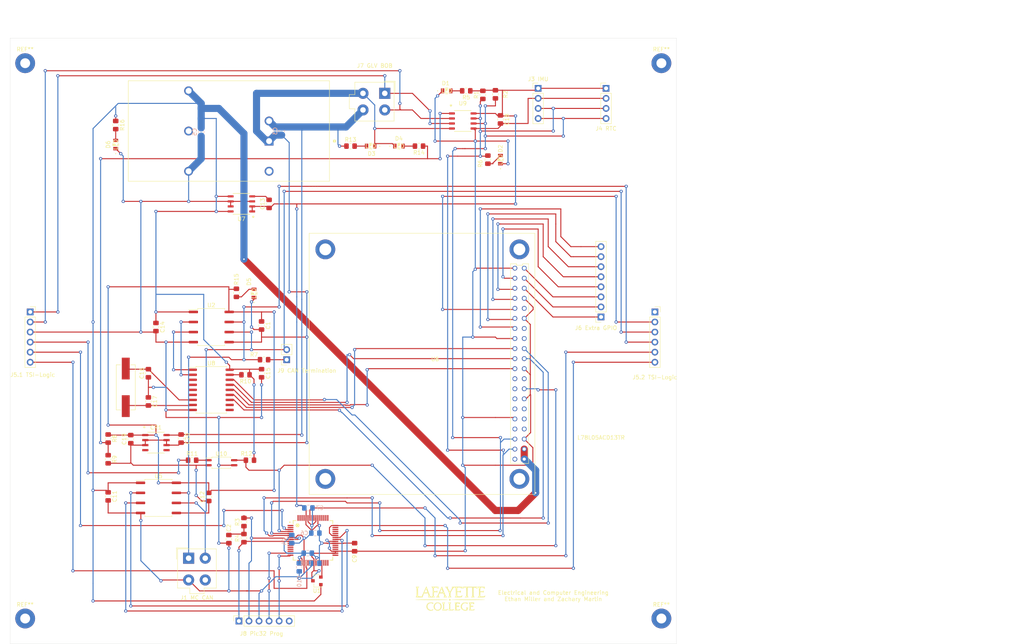
<source format=kicad_pcb>
(kicad_pcb (version 20171130) (host pcbnew "(5.1.6)-1")
  (layers (0 F.Cu signal) (31 B.Cu signal) (34 B.Paste user hide) (35 F.Paste user hide) (36 B.SilkS user) (37 F.SilkS user) (38 B.Mask user hide) (39 F.Mask user hide) (44 Edge.Cuts user))
  (net 0 "")
  (net 1 /5V_non_iso)
  (net 2 /3.3V_rtn)
  (net 3 "Net-(C2-Pad1)")
  (net 4 /24V_rtn)
  (net 5 /24V)
  (net 6 /3.3V)
  (net 7 /5V)
  (net 8 "Net-(C13-Pad2)")
  (net 9 "Net-(C16-Pad2)")
  (net 10 "Net-(C17-Pad2)")
  (net 11 "Net-(CR1-Pad4)")
  (net 12 "Net-(CR1-Pad5)")
  (net 13 "Net-(D1-Pad2)")
  (net 14 "Net-(D2-Pad2)")
  (net 15 "Net-(D3-Pad2)")
  (net 16 "Net-(D4-Pad2)")
  (net 17 "Net-(D5-Pad2)")
  (net 18 "Net-(D6-Pad2)")
  (net 19 "Net-(J1-Pad4)")
  (net 20 /BP_CAN-)
  (net 21 /BP_CAN+)
  (net 22 /GLV_SCL)
  (net 23 /GLV_SDA)
  (net 24 /Safety_Loop)
  (net 25 /Cooling_CTRL)
  (net 26 /Throttle_SEL)
  (net 27 /PC_ready)
  (net 28 /RTDS_CTRL)
  (net 29 /SR_CTRL)
  (net 30 /AMS_Fault)
  (net 31 "Net-(J6-Pad1)")
  (net 32 "Net-(J6-Pad2)")
  (net 33 "Net-(J6-Pad3)")
  (net 34 "Net-(J6-Pad4)")
  (net 35 "Net-(J6-Pad5)")
  (net 36 "Net-(J6-Pad6)")
  (net 37 "Net-(J6-Pad7)")
  (net 38 "Net-(J6-Pad8)")
  (net 39 /~MCLR~)
  (net 40 /PGEC)
  (net 41 /PGED)
  (net 42 "Net-(J8-Pad6)")
  (net 43 "Net-(J9-Pad1)")
  (net 44 /SDA_iso)
  (net 45 /SCL_iso)
  (net 46 /3.3V_non_iso)
  (net 47 "Net-(R10-Pad2)")
  (net 48 "Net-(R11-Pad2)")
  (net 49 /Safety_Loop_iso)
  (net 50 "Net-(U1-Pad2)")
  (net 51 "Net-(U2-Pad3)")
  (net 52 "Net-(U2-Pad2)")
  (net 53 "Net-(U3-Pad1)")
  (net 54 "Net-(U3-Pad2)")
  (net 55 "Net-(U3-Pad10)")
  (net 56 "Net-(U3-Pad11)")
  (net 57 "Net-(U3-Pad12)")
  (net 58 "Net-(U3-Pad13)")
  (net 59 "Net-(U3-Pad14)")
  (net 60 "Net-(U3-Pad17)")
  (net 61 "Net-(U3-Pad18)")
  (net 62 "Net-(U3-Pad22)")
  (net 63 "Net-(U3-Pad23)")
  (net 64 "Net-(U3-Pad24)")
  (net 65 "Net-(U3-Pad27)")
  (net 66 "Net-(U3-Pad28)")
  (net 67 "Net-(U3-Pad30)")
  (net 68 "Net-(U3-Pad31)")
  (net 69 "Net-(U3-Pad32)")
  (net 70 "Net-(U3-Pad33)")
  (net 71 "Net-(U3-Pad36)")
  (net 72 "Net-(U3-Pad37)")
  (net 73 "Net-(U3-Pad38)")
  (net 74 "Net-(U3-Pad41)")
  (net 75 "Net-(U3-Pad42)")
  (net 76 "Net-(U3-Pad44)")
  (net 77 "Net-(U3-Pad45)")
  (net 78 "Net-(U3-Pad46)")
  (net 79 "Net-(U3-Pad47)")
  (net 80 "Net-(U3-Pad49)")
  (net 81 "Net-(U3-Pad50)")
  (net 82 "Net-(U3-Pad51)")
  (net 83 "Net-(U3-Pad52)")
  (net 84 "Net-(U3-Pad53)")
  (net 85 "Net-(U3-Pad56)")
  (net 86 "Net-(U3-Pad57)")
  (net 87 "Net-(U3-Pad61)")
  (net 88 "Net-(U3-Pad62)")
  (net 89 "Net-(U3-Pad63)")
  (net 90 "Net-(U3-Pad64)")
  (net 91 "Net-(U4-Pad6)")
  (net 92 "Net-(U4-Pad4)")
  (net 93 "Net-(U6-Pad1)")
  (net 94 /PiHat.sch/PI_SPI_SCLK)
  (net 95 "Net-(U6-Pad15)")
  (net 96 "Net-(U6-Pad26)")
  (net 97 /PiHat.sch/PI_SPI_MISO)
  (net 98 /GPIO25)
  (net 99 "Net-(U6-Pad7)")
  (net 100 "Net-(U6-Pad18)")
  (net 101 /PiHat.sch/PI_SPI_MOSI)
  (net 102 /PI_SPI_CEO)
  (net 103 "Net-(U6-Pad8)")
  (net 104 "Net-(U6-Pad17)")
  (net 105 "Net-(U6-Pad28)")
  (net 106 "Net-(U6-Pad32)")
  (net 107 "Net-(U6-Pad10)")
  (net 108 "Net-(U6-Pad13)")
  (net 109 "Net-(U6-Pad11)")
  (net 110 "Net-(U6-Pad12)")
  (net 111 "Net-(U8-Pad3)")
  (net 112 "Net-(U8-Pad4)")
  (net 113 "Net-(U8-Pad5)")
  (net 114 "Net-(U8-Pad6)")
  (net 115 "Net-(U8-Pad10)")
  (net 116 "Net-(U8-Pad11)")
  (module MountingHole:MountingHole_2.5mm_Pad (layer F.Cu) (at 95.25 5.715)
    (fp_text reference REF** (at 0 -3.5) (layer F.SilkS))
    (fp_text value MountingHole_2.5mm_Pad)
    (pad 1 thru_hole circle (at 0 0) (size 5 5) (drill 2.5) (layers *.Cu *.Mask))
  )
  (module MountingHole:MountingHole_2.5mm_Pad (layer F.Cu) (at 95.25 146.05)
    (fp_text reference REF** (at 0 -3.5) (layer F.SilkS))
    (fp_text value MountingHole_2.5mm_Pad)
    (pad 1 thru_hole circle (at 0 0) (size 5 5) (drill 2.5) (layers *.Cu *.Mask))
  )
  (module Capacitor_SMD:C_0805_2012Metric_Pad1.15x1.40mm_HandSolder (layer B.Cu) (at 162.56 125.975 90)
    (fp_text reference C4 (at -0.635 -1.905 270) (layer B.SilkS) (effects (justify mirror)))
    (fp_text value 0.1u)
    (pad 2 smd roundrect (at 1.025 0 90) (size 1.15 1.4) (layers B.Cu B.Paste B.Mask) (roundrect_rratio 0.217391) (net 6 /3.3V))
    (pad 1 smd roundrect (at -1.025 0 90) (size 1.15 1.4) (layers B.Cu B.Paste B.Mask) (roundrect_rratio 0.217391) (net 2 /3.3V_rtn))
  )
  (module "CarMan General Footprints:QFP50P1200X1200X120-64N" (layer F.Cu) (at 167.920001 126.310001)
    (fp_text reference U3 (at -3.57859 -7.39243) (layer F.SilkS) (effects (font (size 1.001008 1.001008) (thickness 0.015))))
    (fp_text value PIC32MZ2048EFM064-I_PT)
    (pad 1 smd rect (at -5.67 -3.75) (size 1.47 0.3) (layers F.Cu F.Paste F.Mask) (net 53 "Net-(U3-Pad1)"))
    (pad 2 smd rect (at -5.67 -3.25) (size 1.47 0.3) (layers F.Cu F.Paste F.Mask) (net 54 "Net-(U3-Pad2)"))
    (pad 3 smd rect (at -5.67 -2.75) (size 1.47 0.3) (layers F.Cu F.Paste F.Mask) (net 25 /Cooling_CTRL))
    (pad 4 smd rect (at -5.67 -2.25) (size 1.47 0.3) (layers F.Cu F.Paste F.Mask) (net 49 /Safety_Loop_iso))
    (pad 5 smd rect (at -5.67 -1.75) (size 1.47 0.3) (layers F.Cu F.Paste F.Mask) (net 45 /SCL_iso))
    (pad 6 smd rect (at -5.67 -1.25) (size 1.47 0.3) (layers F.Cu F.Paste F.Mask) (net 44 /SDA_iso))
    (pad 7 smd rect (at -5.67 -0.75) (size 1.47 0.3) (layers F.Cu F.Paste F.Mask) (net 2 /3.3V_rtn))
    (pad 8 smd rect (at -5.67 -0.25) (size 1.47 0.3) (layers F.Cu F.Paste F.Mask) (net 6 /3.3V))
    (pad 9 smd rect (at -5.67 0.25) (size 1.47 0.3) (layers F.Cu F.Paste F.Mask) (net 39 /~MCLR~))
    (pad 10 smd rect (at -5.67 0.75) (size 1.47 0.3) (layers F.Cu F.Paste F.Mask) (net 55 "Net-(U3-Pad10)"))
    (pad 11 smd rect (at -5.67 1.25) (size 1.47 0.3) (layers F.Cu F.Paste F.Mask) (net 56 "Net-(U3-Pad11)"))
    (pad 12 smd rect (at -5.67 1.75) (size 1.47 0.3) (layers F.Cu F.Paste F.Mask) (net 57 "Net-(U3-Pad12)"))
    (pad 13 smd rect (at -5.67 2.25) (size 1.47 0.3) (layers F.Cu F.Paste F.Mask) (net 58 "Net-(U3-Pad13)"))
    (pad 14 smd rect (at -5.67 2.75) (size 1.47 0.3) (layers F.Cu F.Paste F.Mask) (net 59 "Net-(U3-Pad14)"))
    (pad 15 smd rect (at -5.67 3.25) (size 1.47 0.3) (layers F.Cu F.Paste F.Mask) (net 40 /PGEC))
    (pad 16 smd rect (at -5.67 3.75) (size 1.47 0.3) (layers F.Cu F.Paste F.Mask) (net 41 /PGED))
    (pad 17 smd rect (at -3.75 5.67) (size 0.3 1.47) (layers F.Cu F.Paste F.Mask) (net 60 "Net-(U3-Pad17)"))
    (pad 18 smd rect (at -3.25 5.67) (size 0.3 1.47) (layers F.Cu F.Paste F.Mask) (net 61 "Net-(U3-Pad18)"))
    (pad 19 smd rect (at -2.75 5.67) (size 0.3 1.47) (layers F.Cu F.Paste F.Mask) (net 6 /3.3V))
    (pad 20 smd rect (at -2.25 5.67) (size 0.3 1.47) (layers F.Cu F.Paste F.Mask) (net 2 /3.3V_rtn))
    (pad 21 smd rect (at -1.75 5.67) (size 0.3 1.47) (layers F.Cu F.Paste F.Mask) (net 26 /Throttle_SEL))
    (pad 22 smd rect (at -1.25 5.67) (size 0.3 1.47) (layers F.Cu F.Paste F.Mask) (net 62 "Net-(U3-Pad22)"))
    (pad 23 smd rect (at -0.75 5.67) (size 0.3 1.47) (layers F.Cu F.Paste F.Mask) (net 63 "Net-(U3-Pad23)"))
    (pad 24 smd rect (at -0.25 5.67) (size 0.3 1.47) (layers F.Cu F.Paste F.Mask) (net 64 "Net-(U3-Pad24)"))
    (pad 25 smd rect (at 0.25 5.67) (size 0.3 1.47) (layers F.Cu F.Paste F.Mask) (net 2 /3.3V_rtn))
    (pad 26 smd rect (at 0.75 5.67) (size 0.3 1.47) (layers F.Cu F.Paste F.Mask) (net 6 /3.3V))
    (pad 27 smd rect (at 1.25 5.67) (size 0.3 1.47) (layers F.Cu F.Paste F.Mask) (net 65 "Net-(U3-Pad27)"))
    (pad 28 smd rect (at 1.75 5.67) (size 0.3 1.47) (layers F.Cu F.Paste F.Mask) (net 66 "Net-(U3-Pad28)"))
    (pad 29 smd rect (at 2.25 5.67) (size 0.3 1.47) (layers F.Cu F.Paste F.Mask) (net 50 "Net-(U1-Pad2)"))
    (pad 30 smd rect (at 2.75 5.67) (size 0.3 1.47) (layers F.Cu F.Paste F.Mask) (net 67 "Net-(U3-Pad30)"))
    (pad 31 smd rect (at 3.25 5.67) (size 0.3 1.47) (layers F.Cu F.Paste F.Mask) (net 68 "Net-(U3-Pad31)"))
    (pad 32 smd rect (at 3.75 5.67) (size 0.3 1.47) (layers F.Cu F.Paste F.Mask) (net 69 "Net-(U3-Pad32)"))
    (pad 33 smd rect (at 5.67 3.75) (size 1.47 0.3) (layers F.Cu F.Paste F.Mask) (net 70 "Net-(U3-Pad33)"))
    (pad 34 smd rect (at 5.67 3.25) (size 1.47 0.3) (layers F.Cu F.Paste F.Mask) (net 2 /3.3V_rtn))
    (pad 35 smd rect (at 5.67 2.75) (size 1.47 0.3) (layers F.Cu F.Paste F.Mask) (net 2 /3.3V_rtn))
    (pad 36 smd rect (at 5.67 2.25) (size 1.47 0.3) (layers F.Cu F.Paste F.Mask) (net 71 "Net-(U3-Pad36)"))
    (pad 37 smd rect (at 5.67 1.75) (size 1.47 0.3) (layers F.Cu F.Paste F.Mask) (net 72 "Net-(U3-Pad37)"))
    (pad 38 smd rect (at 5.67 1.25) (size 1.47 0.3) (layers F.Cu F.Paste F.Mask) (net 73 "Net-(U3-Pad38)"))
    (pad 39 smd rect (at 5.67 0.75) (size 1.47 0.3) (layers F.Cu F.Paste F.Mask) (net 6 /3.3V))
    (pad 40 smd rect (at 5.67 0.25) (size 1.47 0.3) (layers F.Cu F.Paste F.Mask) (net 2 /3.3V_rtn))
    (pad 41 smd rect (at 5.67 -0.25) (size 1.47 0.3) (layers F.Cu F.Paste F.Mask) (net 74 "Net-(U3-Pad41)"))
    (pad 42 smd rect (at 5.67 -0.75) (size 1.47 0.3) (layers F.Cu F.Paste F.Mask) (net 75 "Net-(U3-Pad42)"))
    (pad 43 smd rect (at 5.67 -1.25) (size 1.47 0.3) (layers F.Cu F.Paste F.Mask) (net 27 /PC_ready))
    (pad 44 smd rect (at 5.67 -1.75) (size 1.47 0.3) (layers F.Cu F.Paste F.Mask) (net 76 "Net-(U3-Pad44)"))
    (pad 45 smd rect (at 5.67 -2.25) (size 1.47 0.3) (layers F.Cu F.Paste F.Mask) (net 77 "Net-(U3-Pad45)"))
    (pad 46 smd rect (at 5.67 -2.75) (size 1.47 0.3) (layers F.Cu F.Paste F.Mask) (net 78 "Net-(U3-Pad46)"))
    (pad 47 smd rect (at 5.67 -3.25) (size 1.47 0.3) (layers F.Cu F.Paste F.Mask) (net 79 "Net-(U3-Pad47)"))
    (pad 48 smd rect (at 5.67 -3.75) (size 1.47 0.3) (layers F.Cu F.Paste F.Mask) (net 27 /PC_ready))
    (pad 49 smd rect (at 3.75 -5.67) (size 0.3 1.47) (layers F.Cu F.Paste F.Mask) (net 80 "Net-(U3-Pad49)"))
    (pad 50 smd rect (at 3.25 -5.67) (size 0.3 1.47) (layers F.Cu F.Paste F.Mask) (net 81 "Net-(U3-Pad50)"))
    (pad 51 smd rect (at 2.75 -5.67) (size 0.3 1.47) (layers F.Cu F.Paste F.Mask) (net 82 "Net-(U3-Pad51)"))
    (pad 52 smd rect (at 2.25 -5.67) (size 0.3 1.47) (layers F.Cu F.Paste F.Mask) (net 83 "Net-(U3-Pad52)"))
    (pad 53 smd rect (at 1.75 -5.67) (size 0.3 1.47) (layers F.Cu F.Paste F.Mask) (net 84 "Net-(U3-Pad53)"))
    (pad 54 smd rect (at 1.25 -5.67) (size 0.3 1.47) (layers F.Cu F.Paste F.Mask) (net 6 /3.3V))
    (pad 55 smd rect (at 0.75 -5.67) (size 0.3 1.47) (layers F.Cu F.Paste F.Mask) (net 2 /3.3V_rtn))
    (pad 56 smd rect (at 0.25 -5.67) (size 0.3 1.47) (layers F.Cu F.Paste F.Mask) (net 85 "Net-(U3-Pad56)"))
    (pad 57 smd rect (at -0.25 -5.67) (size 0.3 1.47) (layers F.Cu F.Paste F.Mask) (net 86 "Net-(U3-Pad57)"))
    (pad 58 smd rect (at -0.75 -5.67) (size 0.3 1.47) (layers F.Cu F.Paste F.Mask) (net 28 /RTDS_CTRL))
    (pad 59 smd rect (at -1.25 -5.67) (size 0.3 1.47) (layers F.Cu F.Paste F.Mask) (net 2 /3.3V_rtn))
    (pad 60 smd rect (at -1.75 -5.67) (size 0.3 1.47) (layers F.Cu F.Paste F.Mask) (net 6 /3.3V))
    (pad 61 smd rect (at -2.25 -5.67) (size 0.3 1.47) (layers F.Cu F.Paste F.Mask) (net 87 "Net-(U3-Pad61)"))
    (pad 62 smd rect (at -2.75 -5.67) (size 0.3 1.47) (layers F.Cu F.Paste F.Mask) (net 88 "Net-(U3-Pad62)"))
    (pad 63 smd rect (at -3.25 -5.67) (size 0.3 1.47) (layers F.Cu F.Paste F.Mask) (net 89 "Net-(U3-Pad63)"))
    (pad 64 smd rect (at -3.75 -5.67) (size 0.3 1.47) (layers F.Cu F.Paste F.Mask) (net 90 "Net-(U3-Pad64)"))
  )
  (module MountingHole:MountingHole_2.5mm_Pad (layer F.Cu) (at 255.905 5.715)
    (fp_text reference REF** (at 0 -3.5) (layer F.SilkS))
    (fp_text value MountingHole_2.5mm_Pad)
    (pad 1 thru_hole circle (at 0 0) (size 5 5) (drill 2.5) (layers *.Cu *.Mask))
  )
  (module MountingHole:MountingHole_2.5mm_Pad (layer F.Cu) (at 255.905 146.05)
    (fp_text reference REF** (at 0 -3.5) (layer F.SilkS))
    (fp_text value MountingHole_2.5mm_Pad)
    (pad 1 thru_hole circle (at 0 0) (size 5 5) (drill 2.5) (layers *.Cu *.Mask))
  )
  (module "CarMan General Footprints:Laf_College_Logo" (layer F.Cu) (at 202.565 140.97)
    (fp_text reference G*** hide)
    (fp_text value LOGO hide)
  )
  (module "CarMan General Footprints:Raspberry_Pi_3_B" (layer F.Cu) (at 198.755 80.01)
    (fp_text reference U6 (at 0 0.5) (layer F.SilkS))
    (fp_text value RaspberryPi3)
    (pad 32 thru_hole circle (at 22.5142 -12.3348 270) (size 1.2 1.2) (drill 0.8) (layers *.Cu *.Mask) (net 106 "Net-(U6-Pad32)"))
    (pad 24 thru_hole circle (at 22.5142 -2.1748 270) (size 1.2 1.2) (drill 0.8) (layers *.Cu *.Mask) (net 102 /PI_SPI_CEO))
    (pad 19 thru_hole circle (at 20.1522 2.9052 270) (size 1.2 1.2) (drill 0.8) (layers *.Cu *.Mask) (net 101 /PiHat.sch/PI_SPI_MOSI))
    (pad 39 thru_hole circle (at 20.1522 -22.4948 270) (size 1.2 1.2) (drill 0.8) (layers *.Cu *.Mask) (net 2 /3.3V_rtn))
    (pad 37 thru_hole circle (at 20.1522 -19.9548 270) (size 1.2 1.2) (drill 0.8) (layers *.Cu *.Mask) (net 34 "Net-(J6-Pad4)"))
    (pad 28 thru_hole circle (at 22.5142 -7.2548 270) (size 1.2 1.2) (drill 0.8) (layers *.Cu *.Mask) (net 105 "Net-(U6-Pad28)"))
    (pad 30 thru_hole circle (at 22.5142 -9.7948 270) (size 1.2 1.2) (drill 0.8) (layers *.Cu *.Mask) (net 2 /3.3V_rtn))
    (pad 23 thru_hole circle (at 20.1522 -2.1748 270) (size 1.2 1.2) (drill 0.8) (layers *.Cu *.Mask) (net 94 /PiHat.sch/PI_SPI_SCLK))
    (pad 22 thru_hole circle (at 22.5142 0.3652 270) (size 1.2 1.2) (drill 0.8) (layers *.Cu *.Mask) (net 98 /GPIO25))
    (pad 21 thru_hole circle (at 20.1522 0.3652 270) (size 1.2 1.2) (drill 0.8) (layers *.Cu *.Mask) (net 97 /PiHat.sch/PI_SPI_MISO))
    (pad 20 thru_hole circle (at 22.5142 2.9052 270) (size 1.2 1.2) (drill 0.8) (layers *.Cu *.Mask) (net 2 /3.3V_rtn))
    (pad 40 thru_hole circle (at 22.5142 -22.4948 270) (size 1.2 1.2) (drill 0.8) (layers *.Cu *.Mask) (net 33 "Net-(J6-Pad3)"))
    (pad 29 thru_hole circle (at 20.1522 -9.7948 270) (size 1.2 1.2) (drill 0.8) (layers *.Cu *.Mask) (net 37 "Net-(J6-Pad7)"))
    (pad 35 thru_hole circle (at 20.1522 -17.4148 270) (size 1.2 1.2) (drill 0.8) (layers *.Cu *.Mask) (net 35 "Net-(J6-Pad5)"))
    (pad 18 thru_hole circle (at 22.5142 5.4452 270) (size 1.2 1.2) (drill 0.8) (layers *.Cu *.Mask) (net 100 "Net-(U6-Pad18)"))
    (pad 27 thru_hole circle (at 20.1522 -7.2548 270) (size 1.2 1.2) (drill 0.8) (layers *.Cu *.Mask) (net 38 "Net-(J6-Pad8)"))
    (pad 38 thru_hole circle (at 22.5142 -19.9548 270) (size 1.2 1.2) (drill 0.8) (layers *.Cu *.Mask) (net 32 "Net-(J6-Pad2)"))
    (pad 34 thru_hole circle (at 22.5142 -14.8748 270) (size 1.2 1.2) (drill 0.8) (layers *.Cu *.Mask) (net 2 /3.3V_rtn))
    (pad 33 thru_hole circle (at 20.1522 -14.8748 270) (size 1.2 1.2) (drill 0.8) (layers *.Cu *.Mask) (net 36 "Net-(J6-Pad6)"))
    (pad 26 thru_hole circle (at 22.5142 -4.7148 270) (size 1.2 1.2) (drill 0.8) (layers *.Cu *.Mask) (net 96 "Net-(U6-Pad26)"))
    (pad 31 thru_hole circle (at 20.1522 -12.3348 270) (size 1.2 1.2) (drill 0.8) (layers *.Cu *.Mask) (net 29 /SR_CTRL))
    (pad 36 thru_hole circle (at 22.5142 -17.4148 270) (size 1.2 1.2) (drill 0.8) (layers *.Cu *.Mask) (net 31 "Net-(J6-Pad1)"))
    (pad 25 thru_hole circle (at 20.1522 -4.7148 270) (size 1.2 1.2) (drill 0.8) (layers *.Cu *.Mask) (net 2 /3.3V_rtn))
    (pad 11 thru_hole circle (at 20.1522 13.0652 270) (size 1.2 1.2) (drill 0.8) (layers *.Cu *.Mask) (net 109 "Net-(U6-Pad11)"))
    (pad 44 thru_hole circle (at -27.7078 30.7532 270) (size 5 5) (drill 3) (layers *.Cu *.Mask))
    (pad 2 thru_hole circle (at 22.5142 25.7652 270) (size 1.2 1.2) (drill 0.8) (layers *.Cu *.Mask) (net 7 /5V))
    (pad 4 thru_hole circle (at 22.5142 23.2252 270) (size 1.2 1.2) (drill 0.8) (layers *.Cu *.Mask) (net 7 /5V))
    (pad 1 thru_hole circle (at 20.1522 25.7652 270) (size 1.2 1.2) (drill 0.8) (layers *.Cu *.Mask) (net 93 "Net-(U6-Pad1)"))
    (pad 13 thru_hole circle (at 20.1522 10.5252 270) (size 1.2 1.2) (drill 0.8) (layers *.Cu *.Mask) (net 108 "Net-(U6-Pad13)"))
    (pad 9 thru_hole circle (at 20.1522 15.6052 270) (size 1.2 1.2) (drill 0.8) (layers *.Cu *.Mask) (net 2 /3.3V_rtn))
    (pad 14 thru_hole circle (at 22.5142 10.5252 270) (size 1.2 1.2) (drill 0.8) (layers *.Cu *.Mask) (net 2 /3.3V_rtn))
    (pad 43 thru_hole circle (at -27.7078 -27.2468 270) (size 5 5) (drill 3) (layers *.Cu *.Mask))
    (pad 17 thru_hole circle (at 20.1522 5.4452 270) (size 1.2 1.2) (drill 0.8) (layers *.Cu *.Mask) (net 104 "Net-(U6-Pad17)"))
    (pad 41 thru_hole circle (at 21.2922 -27.2468 270) (size 5 5) (drill 3) (layers *.Cu *.Mask))
    (pad 6 thru_hole circle (at 22.5142 20.6852 270) (size 1.2 1.2) (drill 0.8) (layers *.Cu *.Mask) (net 2 /3.3V_rtn))
    (pad 7 thru_hole circle (at 20.1522 18.1452 270) (size 1.2 1.2) (drill 0.8) (layers *.Cu *.Mask) (net 99 "Net-(U6-Pad7)"))
    (pad 10 thru_hole circle (at 22.5142 15.6052 270) (size 1.2 1.2) (drill 0.8) (layers *.Cu *.Mask) (net 107 "Net-(U6-Pad10)"))
    (pad 8 thru_hole circle (at 22.5142 18.1452 270) (size 1.2 1.2) (drill 0.8) (layers *.Cu *.Mask) (net 103 "Net-(U6-Pad8)"))
    (pad 42 thru_hole circle (at 21.2922 30.7532 270) (size 5 5) (drill 3) (layers *.Cu *.Mask))
    (pad 12 thru_hole circle (at 22.5142 13.0652 270) (size 1.2 1.2) (drill 0.8) (layers *.Cu *.Mask) (net 110 "Net-(U6-Pad12)"))
    (pad 3 thru_hole circle (at 20.1522 23.2252 270) (size 1.2 1.2) (drill 0.8) (layers *.Cu *.Mask) (net 44 /SDA_iso))
    (pad 5 thru_hole circle (at 20.1522 20.6852 270) (size 1.2 1.2) (drill 0.8) (layers *.Cu *.Mask) (net 45 /SCL_iso))
    (pad 15 thru_hole circle (at 20.1522 7.9852 270) (size 1.2 1.2) (drill 0.8) (layers *.Cu *.Mask) (net 95 "Net-(U6-Pad15)"))
    (pad 16 thru_hole circle (at 22.5142 7.9852 270) (size 1.2 1.2) (drill 0.8) (layers *.Cu *.Mask) (net 49 /Safety_Loop_iso))
  )
  (module Capacitor_SMD:C_0805_2012Metric_Pad1.15x1.40mm_HandSolder (layer F.Cu) (at 154.94 72 270)
    (fp_text reference C1 (at 0 -1.65 90) (layer F.SilkS))
    (fp_text value 0.1uF)
    (pad 1 smd roundrect (at -1.025 0 270) (size 1.15 1.4) (layers F.Cu F.Paste F.Mask) (roundrect_rratio 0.217391) (net 1 /5V_non_iso))
    (pad 2 smd roundrect (at 1.025 0 270) (size 1.15 1.4) (layers F.Cu F.Paste F.Mask) (roundrect_rratio 0.217391) (net 4 /24V_rtn))
  )
  (module Capacitor_SMD:C_0805_2012Metric_Pad1.15x1.40mm_HandSolder (layer F.Cu) (at 146.685 125.975 270)
    (fp_text reference C2 (at -2.785 0 90) (layer F.SilkS))
    (fp_text value 0.1uF)
    (pad 2 smd roundrect (at 1.025 0 270) (size 1.15 1.4) (layers F.Cu F.Paste F.Mask) (roundrect_rratio 0.217391) (net 2 /3.3V_rtn))
    (pad 1 smd roundrect (at -1.025 0 270) (size 1.15 1.4) (layers F.Cu F.Paste F.Mask) (roundrect_rratio 0.217391) (net 3 "Net-(C2-Pad1)"))
  )
  (module Capacitor_SMD:C_0805_2012Metric_Pad1.15x1.40mm_HandSolder (layer B.Cu) (at 160.02 22.86 270)
    (fp_text reference C3 (at 0 1.65 270) (layer B.SilkS) (effects (justify mirror)))
    (fp_text value 0.1uF)
    (pad 2 smd roundrect (at 1.025 0 270) (size 1.15 1.4) (layers B.Cu B.Paste B.Mask) (roundrect_rratio 0.217391) (net 4 /24V_rtn))
    (pad 1 smd roundrect (at -1.025 0 270) (size 1.15 1.4) (layers B.Cu B.Paste B.Mask) (roundrect_rratio 0.217391) (net 5 /24V))
  )
  (module Capacitor_SMD:C_0805_2012Metric_Pad1.15x1.40mm_HandSolder (layer B.Cu) (at 139.7 23.105 270)
    (fp_text reference C5 (at 0 1.65 90) (layer B.SilkS) (effects (justify mirror)))
    (fp_text value 0.1uF)
    (pad 2 smd roundrect (at 1.025 0 270) (size 1.15 1.4) (layers B.Cu B.Paste B.Mask) (roundrect_rratio 0.217391) (net 2 /3.3V_rtn))
    (pad 1 smd roundrect (at -1.025 0 270) (size 1.15 1.4) (layers B.Cu B.Paste B.Mask) (roundrect_rratio 0.217391) (net 7 /5V))
  )
  (module Capacitor_SMD:C_0805_2012Metric_Pad1.15x1.40mm_HandSolder (layer B.Cu) (at 168.52 124.46)
    (fp_text reference C6 (at -2.785 0 180) (layer B.SilkS) (effects (justify mirror)))
    (fp_text value 0.1u)
    (pad 2 smd roundrect (at 1.025 0) (size 1.15 1.4) (layers B.Cu B.Paste B.Mask) (roundrect_rratio 0.217391) (net 6 /3.3V))
    (pad 1 smd roundrect (at -1.025 0) (size 1.15 1.4) (layers B.Cu B.Paste B.Mask) (roundrect_rratio 0.217391) (net 2 /3.3V_rtn))
  )
  (module Capacitor_SMD:C_0805_2012Metric_Pad1.15x1.40mm_HandSolder (layer B.Cu) (at 166.76 118.11 180)
    (fp_text reference C7 (at -2.93 0 180) (layer B.SilkS) (effects (justify mirror)))
    (fp_text value 0.1u)
    (pad 2 smd roundrect (at 1.025 0 180) (size 1.15 1.4) (layers B.Cu B.Paste B.Mask) (roundrect_rratio 0.217391) (net 6 /3.3V))
    (pad 1 smd roundrect (at -1.025 0 180) (size 1.15 1.4) (layers B.Cu B.Paste B.Mask) (roundrect_rratio 0.217391) (net 2 /3.3V_rtn))
  )
  (module Capacitor_SMD:C_0805_2012Metric_Pad1.15x1.40mm_HandSolder (layer B.Cu) (at 168.52 132.08)
    (fp_text reference C8 (at -2.785 0 180) (layer B.SilkS) (effects (justify mirror)))
    (fp_text value 0.1u)
    (pad 2 smd roundrect (at 1.025 0) (size 1.15 1.4) (layers B.Cu B.Paste B.Mask) (roundrect_rratio 0.217391) (net 6 /3.3V))
    (pad 1 smd roundrect (at -1.025 0) (size 1.15 1.4) (layers B.Cu B.Paste B.Mask) (roundrect_rratio 0.217391) (net 2 /3.3V_rtn))
  )
  (module Capacitor_SMD:C_0805_2012Metric_Pad1.15x1.40mm_HandSolder (layer F.Cu) (at 178.435 128.025 90)
    (fp_text reference C9 (at -2.93 0 90) (layer F.SilkS))
    (fp_text value 0.1u)
    (pad 2 smd roundrect (at 1.025 0 90) (size 1.15 1.4) (layers F.Cu F.Paste F.Mask) (roundrect_rratio 0.217391) (net 6 /3.3V))
    (pad 1 smd roundrect (at -1.025 0 90) (size 1.15 1.4) (layers F.Cu F.Paste F.Mask) (roundrect_rratio 0.217391) (net 2 /3.3V_rtn))
  )
  (module Capacitor_SMD:C_0805_2012Metric_Pad1.15x1.40mm_HandSolder (layer B.Cu) (at 164.465 133.105 270)
    (fp_text reference C10 (at 3.565 0 270) (layer B.SilkS) (effects (justify mirror)))
    (fp_text value 0.1uF)
    (pad 1 smd roundrect (at -1.025 0 270) (size 1.15 1.4) (layers B.Cu B.Paste B.Mask) (roundrect_rratio 0.217391) (net 6 /3.3V))
    (pad 2 smd roundrect (at 1.025 0 270) (size 1.15 1.4) (layers B.Cu B.Paste B.Mask) (roundrect_rratio 0.217391) (net 2 /3.3V_rtn))
  )
  (module Capacitor_SMD:C_0805_2012Metric_Pad1.15x1.40mm_HandSolder (layer F.Cu) (at 116.205 115.18 270)
    (fp_text reference C11 (at 0 -1.65 90) (layer F.SilkS))
    (fp_text value 0.1uF)
    (pad 1 smd roundrect (at -1.025 0 270) (size 1.15 1.4) (layers F.Cu F.Paste F.Mask) (roundrect_rratio 0.217391) (net 7 /5V))
    (pad 2 smd roundrect (at 1.025 0 270) (size 1.15 1.4) (layers F.Cu F.Paste F.Mask) (roundrect_rratio 0.217391) (net 2 /3.3V_rtn))
  )
  (module Capacitor_SMD:C_0805_2012Metric_Pad1.15x1.40mm_HandSolder (layer F.Cu) (at 141.605 115.325 90)
    (fp_text reference C12 (at 0 -1.65 90) (layer F.SilkS))
    (fp_text value 0.1uF)
    (pad 1 smd roundrect (at -1.025 0 90) (size 1.15 1.4) (layers F.Cu F.Paste F.Mask) (roundrect_rratio 0.217391) (net 4 /24V_rtn))
    (pad 2 smd roundrect (at 1.025 0 90) (size 1.15 1.4) (layers F.Cu F.Paste F.Mask) (roundrect_rratio 0.217391) (net 1 /5V_non_iso))
  )
  (module Capacitor_SMD:C_0805_2012Metric_Pad1.15x1.40mm_HandSolder (layer F.Cu) (at 156.845 41.275 90)
    (fp_text reference C13 (at 0 -1.65 90) (layer F.SilkS))
    (fp_text value 1uF)
    (pad 1 smd roundrect (at -1.025 0 90) (size 1.15 1.4) (layers F.Cu F.Paste F.Mask) (roundrect_rratio 0.217391) (net 6 /3.3V))
    (pad 2 smd roundrect (at 1.025 0 90) (size 1.15 1.4) (layers F.Cu F.Paste F.Mask) (roundrect_rratio 0.217391) (net 8 "Net-(C13-Pad2)"))
  )
  (module Capacitor_SMD:C_0805_2012Metric_Pad1.15x1.40mm_HandSolder (layer F.Cu) (at 128.27 72.39 270)
    (fp_text reference C14 (at 0 -1.65 90) (layer F.SilkS))
    (fp_text value 0.1uF)
    (pad 1 smd roundrect (at -1.025 0 270) (size 1.15 1.4) (layers F.Cu F.Paste F.Mask) (roundrect_rratio 0.217391) (net 7 /5V))
    (pad 2 smd roundrect (at 1.025 0 270) (size 1.15 1.4) (layers F.Cu F.Paste F.Mask) (roundrect_rratio 0.217391) (net 2 /3.3V_rtn))
  )
  (module Capacitor_SMD:C_0805_2012Metric_Pad1.15x1.40mm_HandSolder (layer F.Cu) (at 154.94 84.065 270)
    (fp_text reference C15 (at 0 -1.65 90) (layer F.SilkS))
    (fp_text value 0.1uF)
    (pad 1 smd roundrect (at -1.025 0 270) (size 1.15 1.4) (layers F.Cu F.Paste F.Mask) (roundrect_rratio 0.217391) (net 7 /5V))
    (pad 2 smd roundrect (at 1.025 0 270) (size 1.15 1.4) (layers F.Cu F.Paste F.Mask) (roundrect_rratio 0.217391) (net 2 /3.3V_rtn))
  )
  (module Capacitor_SMD:C_0805_2012Metric_Pad1.15x1.40mm_HandSolder (layer F.Cu) (at 126.365 84.065 90)
    (fp_text reference C16 (at 0 -1.65 90) (layer F.SilkS))
    (fp_text value 22pF)
    (pad 2 smd roundrect (at 1.025 0 90) (size 1.15 1.4) (layers F.Cu F.Paste F.Mask) (roundrect_rratio 0.217391) (net 9 "Net-(C16-Pad2)"))
    (pad 1 smd roundrect (at -1.025 0 90) (size 1.15 1.4) (layers F.Cu F.Paste F.Mask) (roundrect_rratio 0.217391) (net 2 /3.3V_rtn))
  )
  (module Capacitor_SMD:C_0805_2012Metric_Pad1.15x1.40mm_HandSolder (layer F.Cu) (at 126.365 91.195 270)
    (fp_text reference C17 (at 0 -1.65 90) (layer F.SilkS))
    (fp_text value 22pF)
    (pad 1 smd roundrect (at -1.025 0 270) (size 1.15 1.4) (layers F.Cu F.Paste F.Mask) (roundrect_rratio 0.217391) (net 2 /3.3V_rtn))
    (pad 2 smd roundrect (at 1.025 0 270) (size 1.15 1.4) (layers F.Cu F.Paste F.Mask) (roundrect_rratio 0.217391) (net 10 "Net-(C17-Pad2)"))
  )
  (module Capacitor_SMD:C_0805_2012Metric_Pad1.15x1.40mm_HandSolder (layer F.Cu) (at 215.265 19.93 270)
    (fp_text reference C18 (at 0 -1.65 90) (layer F.SilkS))
    (fp_text value 0.1uF)
    (pad 2 smd roundrect (at 1.025 0 270) (size 1.15 1.4) (layers F.Cu F.Paste F.Mask) (roundrect_rratio 0.217391) (net 2 /3.3V_rtn))
    (pad 1 smd roundrect (at -1.025 0 270) (size 1.15 1.4) (layers F.Cu F.Paste F.Mask) (roundrect_rratio 0.217391) (net 6 /3.3V))
  )
  (module Capacitor_SMD:C_0805_2012Metric_Pad1.15x1.40mm_HandSolder (layer F.Cu) (at 121.92 100.72 90)
    (fp_text reference C19 (at 0 -1.65 90) (layer F.SilkS))
    (fp_text value 0.1uF)
    (pad 1 smd roundrect (at -1.025 0 90) (size 1.15 1.4) (layers F.Cu F.Paste F.Mask) (roundrect_rratio 0.217391) (net 4 /24V_rtn))
    (pad 2 smd roundrect (at 1.025 0 90) (size 1.15 1.4) (layers F.Cu F.Paste F.Mask) (roundrect_rratio 0.217391) (net 1 /5V_non_iso))
  )
  (module Capacitor_SMD:C_0805_2012Metric_Pad1.15x1.40mm_HandSolder (layer F.Cu) (at 134.62 100.575 270)
    (fp_text reference C20 (at 0 -1.65 90) (layer F.SilkS))
    (fp_text value 0.33uF)
    (pad 1 smd roundrect (at -1.025 0 270) (size 1.15 1.4) (layers F.Cu F.Paste F.Mask) (roundrect_rratio 0.217391) (net 5 /24V))
    (pad 2 smd roundrect (at 1.025 0 270) (size 1.15 1.4) (layers F.Cu F.Paste F.Mask) (roundrect_rratio 0.217391) (net 4 /24V_rtn))
  )
  (module "CarMan General Footprints:L78L05ACD13TR" (layer F.Cu) (at 128.27 101.6)
    (fp_text reference CR1 (at 0 -3.81) (layer F.SilkS))
    (fp_text value L78L05ACD13TR (at 112.395 -1.27) (layer F.SilkS))
    (fp_text user * (at -2.9337 -3.6068) (layer F.SilkS))
    (fp_text user * (at -2.9337 -3.6068) (layer F.SilkS))
    (pad 1 smd rect (at -2.6797 -1.905) (size 1.5494 0.5588) (layers F.Cu F.Paste F.Mask) (net 1 /5V_non_iso))
    (pad 2 smd rect (at -2.6797 -0.635) (size 1.5494 0.5588) (layers F.Cu F.Paste F.Mask) (net 4 /24V_rtn))
    (pad 3 smd rect (at -2.6797 0.635) (size 1.5494 0.5588) (layers F.Cu F.Paste F.Mask) (net 4 /24V_rtn))
    (pad 4 smd rect (at -2.6797 1.905) (size 1.5494 0.5588) (layers F.Cu F.Paste F.Mask) (net 11 "Net-(CR1-Pad4)"))
    (pad 5 smd rect (at 2.6797 1.905) (size 1.5494 0.5588) (layers F.Cu F.Paste F.Mask) (net 12 "Net-(CR1-Pad5)"))
    (pad 6 smd rect (at 2.6797 0.635) (size 1.5494 0.5588) (layers F.Cu F.Paste F.Mask) (net 4 /24V_rtn))
    (pad 7 smd rect (at 2.6797 -0.635) (size 1.5494 0.5588) (layers F.Cu F.Paste F.Mask) (net 4 /24V_rtn))
    (pad 8 smd rect (at 2.6797 -1.905) (size 1.5494 0.5588) (layers F.Cu F.Paste F.Mask) (net 5 /24V))
  )
  (module "CarMan General Footprints:VAOL-S8GT4" (layer F.Cu) (at 201.6887 12.7)
    (fp_text reference D1 (at -0.2413 -1.905) (layer F.SilkS))
    (fp_text value LED (at 0 0) (layer F.SilkS))
    (fp_text user * (at 0 0) (layer F.SilkS))
    (pad 2 smd rect (at 1.0287 0) (size 0.8636 1.2446) (layers F.Cu F.Paste F.Mask) (net 13 "Net-(D1-Pad2)"))
    (pad 1 smd rect (at -1.0287 0) (size 0.8636 1.2446) (layers F.Cu F.Paste F.Mask) (net 2 /3.3V_rtn))
  )
  (module "CarMan General Footprints:VAOL-S8GT4" (layer F.Cu) (at 215.265 30.0863 90)
    (fp_text reference D2 (at 2.7813 0 90) (layer F.SilkS))
    (fp_text value LED (at 0 0 90) (layer F.SilkS))
    (fp_text user * (at 0 0 90) (layer F.SilkS))
    (pad 1 smd rect (at -1.0287 0 90) (size 0.8636 1.2446) (layers F.Cu F.Paste F.Mask) (net 2 /3.3V_rtn))
    (pad 2 smd rect (at 1.0287 0 90) (size 0.8636 1.2446) (layers F.Cu F.Paste F.Mask) (net 14 "Net-(D2-Pad2)"))
  )
  (module "CarMan General Footprints:VAOL-S8GT4" (layer F.Cu) (at 182.4863 26.67 180)
    (fp_text reference D3 (at -0.2413 -1.905) (layer F.SilkS))
    (fp_text value LED (at 0 0) (layer F.SilkS))
    (fp_text user * (at 0 0) (layer F.SilkS))
    (pad 1 smd rect (at -1.0287 0 180) (size 0.8636 1.2446) (layers F.Cu F.Paste F.Mask) (net 4 /24V_rtn))
    (pad 2 smd rect (at 1.0287 0 180) (size 0.8636 1.2446) (layers F.Cu F.Paste F.Mask) (net 15 "Net-(D3-Pad2)"))
  )
  (module "CarMan General Footprints:VAOL-S8GT4" (layer F.Cu) (at 189.6237 26.67)
    (fp_text reference D4 (at 0 -1.905) (layer F.SilkS))
    (fp_text value LED (at 0 0) (layer F.SilkS))
    (fp_text user * (at 0 0) (layer F.SilkS))
    (pad 2 smd rect (at 1.0287 0) (size 0.8636 1.2446) (layers F.Cu F.Paste F.Mask) (net 16 "Net-(D4-Pad2)"))
    (pad 1 smd rect (at -1.0287 0) (size 0.8636 1.2446) (layers F.Cu F.Paste F.Mask) (net 4 /24V_rtn))
  )
  (module "CarMan General Footprints:VAOL-S8GT4" (layer F.Cu) (at 153.035 63.8937 90)
    (fp_text reference D5 (at 2.9337 -1.27 90) (layer F.SilkS))
    (fp_text value LED (at 0 0 90) (layer F.SilkS))
    (fp_text user * (at 0 0 90) (layer F.SilkS))
    (pad 2 smd rect (at 1.0287 0 90) (size 0.8636 1.2446) (layers F.Cu F.Paste F.Mask) (net 17 "Net-(D5-Pad2)"))
    (pad 1 smd rect (at -1.0287 0 90) (size 0.8636 1.2446) (layers F.Cu F.Paste F.Mask) (net 4 /24V_rtn))
  )
  (module "CarMan General Footprints:VAOL-S8GT4" (layer F.Cu) (at 118.11 26.2763 90)
    (fp_text reference D6 (at 0 -1.905 90) (layer F.SilkS))
    (fp_text value LED (at 0 0 90) (layer F.SilkS))
    (fp_text user * (at 0 0 90) (layer F.SilkS))
    (pad 1 smd rect (at -1.0287 0 90) (size 0.8636 1.2446) (layers F.Cu F.Paste F.Mask) (net 2 /3.3V_rtn))
    (pad 2 smd rect (at 1.0287 0 90) (size 0.8636 1.2446) (layers F.Cu F.Paste F.Mask) (net 18 "Net-(D6-Pad2)"))
  )
  (module "CarMan General Footprints:Molex_MiniFit-JR-5556-04A_2x02x4.20mm_Straight" (layer F.Cu) (at 136.525 130.81)
    (fp_text reference "J1 MC CAN" (at 2.1 10) (layer F.SilkS))
    (fp_text value MC_CAN)
    (pad 4 thru_hole circle (at 4.2 5.5) (size 2.8 2.8) (drill 1.4) (layers *.Cu *.Mask) (net 19 "Net-(J1-Pad4)"))
    (pad 3 thru_hole circle (at 0 5.5) (size 2.8 2.8) (drill 1.4) (layers *.Cu *.Mask) (net 2 /3.3V_rtn))
    (pad 2 thru_hole circle (at 4.2 0) (size 2.8 2.8) (drill 1.4) (layers *.Cu *.Mask) (net 20 /BP_CAN-))
    (pad 1 thru_hole rect (at 0 0) (size 2.8 2.8) (drill 1.4) (layers *.Cu *.Mask) (net 21 /BP_CAN+))
  )
  (module Connector_PinHeader_2.54mm:PinHeader_1x04_P2.54mm_Vertical (layer F.Cu) (at 224.79 12.065)
    (fp_text reference "J3 IMU" (at 0 -2.33) (layer F.SilkS))
    (fp_text value IMU)
    (pad 4 thru_hole oval (at 0 7.62) (size 1.7 1.7) (drill 1) (layers *.Cu *.Mask) (net 45 /SCL_iso))
    (pad 3 thru_hole oval (at 0 5.08) (size 1.7 1.7) (drill 1) (layers *.Cu *.Mask) (net 44 /SDA_iso))
    (pad 2 thru_hole oval (at 0 2.54) (size 1.7 1.7) (drill 1) (layers *.Cu *.Mask) (net 2 /3.3V_rtn))
    (pad 1 thru_hole rect (at 0 0) (size 1.7 1.7) (drill 1) (layers *.Cu *.Mask) (net 6 /3.3V))
  )
  (module Connector_PinHeader_2.54mm:PinHeader_1x04_P2.54mm_Vertical (layer F.Cu) (at 241.935 12.065)
    (fp_text reference "J4 RTC" (at 0 10.16) (layer F.SilkS))
    (fp_text value RTC)
    (pad 1 thru_hole rect (at 0 0) (size 1.7 1.7) (drill 1) (layers *.Cu *.Mask) (net 6 /3.3V))
    (pad 2 thru_hole oval (at 0 2.54) (size 1.7 1.7) (drill 1) (layers *.Cu *.Mask) (net 2 /3.3V_rtn))
    (pad 3 thru_hole oval (at 0 5.08) (size 1.7 1.7) (drill 1) (layers *.Cu *.Mask) (net 44 /SDA_iso))
    (pad 4 thru_hole oval (at 0 7.62) (size 1.7 1.7) (drill 1) (layers *.Cu *.Mask) (net 45 /SCL_iso))
  )
  (module Connector_PinSocket_2.54mm:PinSocket_1x06_P2.54mm_Vertical (layer F.Cu) (at 96.52 68.58)
    (fp_text reference "J5.1 TSI-Logic" (at 0.635 15.875 180) (layer F.SilkS))
    (fp_text value Conn_01x06)
    (pad 1 thru_hole rect (at 0 0) (size 1.7 1.7) (drill 1) (layers *.Cu *.Mask) (net 22 /GLV_SCL))
    (pad 2 thru_hole oval (at 0 2.54) (size 1.7 1.7) (drill 1) (layers *.Cu *.Mask) (net 23 /GLV_SDA))
    (pad 3 thru_hole oval (at 0 5.08) (size 1.7 1.7) (drill 1) (layers *.Cu *.Mask) (net 2 /3.3V_rtn))
    (pad 4 thru_hole oval (at 0 7.62) (size 1.7 1.7) (drill 1) (layers *.Cu *.Mask) (net 24 /Safety_Loop))
    (pad 5 thru_hole oval (at 0 10.16) (size 1.7 1.7) (drill 1) (layers *.Cu *.Mask) (net 25 /Cooling_CTRL))
    (pad 6 thru_hole oval (at 0 12.7) (size 1.7 1.7) (drill 1) (layers *.Cu *.Mask) (net 26 /Throttle_SEL))
  )
  (module Connector_PinSocket_2.54mm:PinSocket_1x06_P2.54mm_Vertical (layer F.Cu) (at 254.25908 68.58)
    (fp_text reference "J5.2 TSI-Logic" (at 0 16.51) (layer F.SilkS))
    (fp_text value Conn_01x06)
    (pad 6 thru_hole oval (at 0 12.7) (size 1.7 1.7) (drill 1) (layers *.Cu *.Mask) (net 27 /PC_ready))
    (pad 5 thru_hole oval (at 0 10.16) (size 1.7 1.7) (drill 1) (layers *.Cu *.Mask) (net 28 /RTDS_CTRL))
    (pad 4 thru_hole oval (at 0 7.62) (size 1.7 1.7) (drill 1) (layers *.Cu *.Mask) (net 21 /BP_CAN+))
    (pad 3 thru_hole oval (at 0 5.08) (size 1.7 1.7) (drill 1) (layers *.Cu *.Mask) (net 20 /BP_CAN-))
    (pad 2 thru_hole oval (at 0 2.54) (size 1.7 1.7) (drill 1) (layers *.Cu *.Mask) (net 29 /SR_CTRL))
    (pad 1 thru_hole rect (at 0 0) (size 1.7 1.7) (drill 1) (layers *.Cu *.Mask) (net 30 /AMS_Fault))
  )
  (module Connector_PinSocket_2.54mm:PinSocket_1x08_P2.54mm_Vertical (layer F.Cu) (at 240.665 69.85 180)
    (fp_text reference "J6 Extra GPIO" (at 1.27 -2.77) (layer F.SilkS))
    (fp_text value "You're Welcome -Ethan")
    (pad 1 thru_hole rect (at 0 0 180) (size 1.7 1.7) (drill 1) (layers *.Cu *.Mask) (net 31 "Net-(J6-Pad1)"))
    (pad 2 thru_hole oval (at 0 2.54 180) (size 1.7 1.7) (drill 1) (layers *.Cu *.Mask) (net 32 "Net-(J6-Pad2)"))
    (pad 3 thru_hole oval (at 0 5.08 180) (size 1.7 1.7) (drill 1) (layers *.Cu *.Mask) (net 33 "Net-(J6-Pad3)"))
    (pad 4 thru_hole oval (at 0 7.62 180) (size 1.7 1.7) (drill 1) (layers *.Cu *.Mask) (net 34 "Net-(J6-Pad4)"))
    (pad 5 thru_hole oval (at 0 10.16 180) (size 1.7 1.7) (drill 1) (layers *.Cu *.Mask) (net 35 "Net-(J6-Pad5)"))
    (pad 6 thru_hole oval (at 0 12.7 180) (size 1.7 1.7) (drill 1) (layers *.Cu *.Mask) (net 36 "Net-(J6-Pad6)"))
    (pad 7 thru_hole oval (at 0 15.24 180) (size 1.7 1.7) (drill 1) (layers *.Cu *.Mask) (net 37 "Net-(J6-Pad7)"))
    (pad 8 thru_hole oval (at 0 17.78 180) (size 1.7 1.7) (drill 1) (layers *.Cu *.Mask) (net 38 "Net-(J6-Pad8)"))
  )
  (module "CarMan General Footprints:Molex_MiniFit-JR-5556-04A_2x02x4.20mm_Straight" (layer F.Cu) (at 186.055 13.335 270)
    (fp_text reference "J7 GLV BOB" (at -6.985 2.54 180) (layer F.SilkS))
    (fp_text value "GLV BOB")
    (pad 1 thru_hole rect (at 0 0 270) (size 2.8 2.8) (drill 1.4) (layers *.Cu *.Mask) (net 22 /GLV_SCL))
    (pad 2 thru_hole circle (at 4.2 0 270) (size 2.8 2.8) (drill 1.4) (layers *.Cu *.Mask) (net 23 /GLV_SDA))
    (pad 3 thru_hole circle (at 0 5.5 270) (size 2.8 2.8) (drill 1.4) (layers *.Cu *.Mask) (net 4 /24V_rtn))
    (pad 4 thru_hole circle (at 4.2 5.5 270) (size 2.8 2.8) (drill 1.4) (layers *.Cu *.Mask) (net 5 /24V))
  )
  (module Connector_PinSocket_2.54mm:PinSocket_1x06_P2.54mm_Vertical (layer F.Cu) (at 149.225 146.685 90)
    (fp_text reference "J8 Pic32 Prog" (at -3.175 5.715 180) (layer F.SilkS))
    (fp_text value "PIC program")
    (pad 1 thru_hole rect (at 0 0 90) (size 1.7 1.7) (drill 1) (layers *.Cu *.Mask) (net 39 /~MCLR~))
    (pad 2 thru_hole oval (at 0 2.54 90) (size 1.7 1.7) (drill 1) (layers *.Cu *.Mask) (net 6 /3.3V))
    (pad 3 thru_hole oval (at 0 5.08 90) (size 1.7 1.7) (drill 1) (layers *.Cu *.Mask) (net 2 /3.3V_rtn))
    (pad 4 thru_hole oval (at 0 7.62 90) (size 1.7 1.7) (drill 1) (layers *.Cu *.Mask) (net 40 /PGEC))
    (pad 5 thru_hole oval (at 0 10.16 90) (size 1.7 1.7) (drill 1) (layers *.Cu *.Mask) (net 41 /PGED))
    (pad 6 thru_hole oval (at 0 12.7 90) (size 1.7 1.7) (drill 1) (layers *.Cu *.Mask) (net 42 "Net-(J8-Pad6)"))
  )
  (module Connector_PinSocket_2.54mm:PinSocket_1x02_P2.54mm_Vertical (layer F.Cu) (at 161.29 80.645 180)
    (fp_text reference "J9 CAN Termination" (at -5.08 -2.77) (layer F.SilkS))
    (fp_text value Conn_01x02_Male)
    (pad 1 thru_hole rect (at 0 0 180) (size 1.7 1.7) (drill 1) (layers *.Cu *.Mask) (net 43 "Net-(J9-Pad1)"))
    (pad 2 thru_hole oval (at 0 2.54 180) (size 1.7 1.7) (drill 1) (layers *.Cu *.Mask) (net 20 /BP_CAN-))
  )
  (module Inductor_SMD:L_0805_2012Metric_Pad1.15x1.40mm_HandSolder (layer B.Cu) (at 166.615 129.54)
    (fp_text reference L1 (at 0 2.54) (layer B.SilkS) (effects (justify mirror)))
    (fp_text value 28nH)
    (pad 1 smd roundrect (at -1.025 0) (size 1.15 1.4) (layers B.Cu B.Paste B.Mask) (roundrect_rratio 0.217391) (net 6 /3.3V))
    (pad 2 smd roundrect (at 1.025 0) (size 1.15 1.4) (layers B.Cu B.Paste B.Mask) (roundrect_rratio 0.217391) (net 6 /3.3V))
  )
  (module Package_TO_SOT_SMD:SOT-23 (layer F.Cu) (at 168.91 136.525 180)
    (fp_text reference U1 (at 0 -2.5) (layer F.SilkS))
    (fp_text value MCP9700AT-HTT)
    (pad 1 smd rect (at -1 -0.95 180) (size 0.9 0.8) (layers F.Cu F.Paste F.Mask) (net 7 /5V))
    (pad 2 smd rect (at -1 0.95 180) (size 0.9 0.8) (layers F.Cu F.Paste F.Mask) (net 50 "Net-(U1-Pad2)"))
    (pad 3 smd rect (at 1 0 180) (size 0.9 0.8) (layers F.Cu F.Paste F.Mask) (net 2 /3.3V_rtn))
  )
  (module Package_SO:SOP-8_6.62x9.15mm_P2.54mm (layer F.Cu) (at 142.24 72.39)
    (fp_text reference U2 (at 0 -5.52) (layer F.SilkS))
    (fp_text value ISO1050DUB)
    (pad 8 smd roundrect (at 4.525 -3.81) (size 2.35 0.65) (layers F.Cu F.Paste F.Mask) (net 1 /5V_non_iso))
    (pad 7 smd roundrect (at 4.525 -1.27) (size 2.35 0.65) (layers F.Cu F.Paste F.Mask) (net 21 /BP_CAN+))
    (pad 6 smd roundrect (at 4.525 1.27) (size 2.35 0.65) (layers F.Cu F.Paste F.Mask) (net 20 /BP_CAN-))
    (pad 5 smd roundrect (at 4.525 3.81) (size 2.35 0.65) (layers F.Cu F.Paste F.Mask) (net 4 /24V_rtn))
    (pad 4 smd roundrect (at -4.525 3.81) (size 2.35 0.65) (layers F.Cu F.Paste F.Mask) (net 2 /3.3V_rtn))
    (pad 3 smd roundrect (at -4.525 1.27) (size 2.35 0.65) (layers F.Cu F.Paste F.Mask) (net 51 "Net-(U2-Pad3)"))
    (pad 2 smd roundrect (at -4.525 -1.27) (size 2.35 0.65) (layers F.Cu F.Paste F.Mask) (net 52 "Net-(U2-Pad2)"))
    (pad 1 smd roundrect (at -4.525 -3.81) (size 2.35 0.65) (layers F.Cu F.Paste F.Mask) (net 7 /5V))
  )
  (module "CarMan General Footprints:CONV_PYB20-Q24-S5" (layer F.Cu) (at 146.685 22.86 180)
    (fp_text reference U4 (at -21.41155 -14.09215) (layer F.SilkS) (effects (font (size 1.410315 1.410315) (thickness 0.015))))
    (fp_text value PYB20-Q24-S5)
    (pad 1 thru_hole rect (at -10.16 -2.54 180) (size 2.25 2.25) (drill 1.5) (layers *.Cu *.Mask) (net 4 /24V_rtn))
    (pad 2 thru_hole circle (at -10.16 2.54 180) (size 2.25 2.25) (drill 1.5) (layers *.Cu *.Mask) (net 5 /24V))
    (pad 3 thru_hole circle (at 10.16 10.16 180) (size 2.25 2.25) (drill 1.5) (layers *.Cu *.Mask) (net 7 /5V))
    (pad 5 thru_hole circle (at 10.16 -10.16 180) (size 2.25 2.25) (drill 1.5) (layers *.Cu *.Mask) (net 2 /3.3V_rtn))
    (pad 6 thru_hole circle (at -10.16 -10.16 180) (size 2.25 2.25) (drill 1.5) (layers *.Cu *.Mask) (net 91 "Net-(U4-Pad6)"))
    (pad 4 thru_hole circle (at 10.16 0 180) (size 2.25 2.25) (drill 1.5) (layers *.Cu *.Mask) (net 92 "Net-(U4-Pad4)"))
  )
  (module Package_SO:SOP-8_6.62x9.15mm_P2.54mm (layer F.Cu) (at 128.905 115.57)
    (fp_text reference U5 (at 0 -5.52) (layer F.SilkS))
    (fp_text value ISO1050DUB)
    (pad 1 smd roundrect (at -4.525 -3.81) (size 2.35 0.65) (layers F.Cu F.Paste F.Mask) (net 7 /5V))
    (pad 2 smd roundrect (at -4.525 -1.27) (size 2.35 0.65) (layers F.Cu F.Paste F.Mask) (net 75 "Net-(U3-Pad42)"))
    (pad 3 smd roundrect (at -4.525 1.27) (size 2.35 0.65) (layers F.Cu F.Paste F.Mask) (net 74 "Net-(U3-Pad41)"))
    (pad 4 smd roundrect (at -4.525 3.81) (size 2.35 0.65) (layers F.Cu F.Paste F.Mask) (net 2 /3.3V_rtn))
    (pad 5 smd roundrect (at 4.525 3.81) (size 2.35 0.65) (layers F.Cu F.Paste F.Mask) (net 4 /24V_rtn))
    (pad 6 smd roundrect (at 4.525 1.27) (size 2.35 0.65) (layers F.Cu F.Paste F.Mask) (net 20 /BP_CAN-))
    (pad 7 smd roundrect (at 4.525 -1.27) (size 2.35 0.65) (layers F.Cu F.Paste F.Mask) (net 21 /BP_CAN+))
    (pad 8 smd roundrect (at 4.525 -3.81) (size 2.35 0.65) (layers F.Cu F.Paste F.Mask) (net 1 /5V_non_iso))
  )
  (module "CarMan General Footprints:LT1763CS8-3-PBF" (layer F.Cu) (at 149.86 41.275 180)
    (fp_text reference U7 (at 0 -3.81) (layer F.SilkS))
    (fp_text value LT1763CS8-3.3PBF hide)
    (fp_text user * (at -2.97815 -3.5814) (layer F.SilkS))
    (fp_text user * (at -2.97815 -3.5814) (layer F.SilkS))
    (pad 1 smd rect (at -2.72415 -1.905 180) (size 1.4605 0.5334) (layers F.Cu F.Paste F.Mask) (net 6 /3.3V))
    (pad 2 smd rect (at -2.72415 -0.635 180) (size 1.4605 0.5334) (layers F.Cu F.Paste F.Mask) (net 6 /3.3V))
    (pad 3 smd rect (at -2.72415 0.635 180) (size 1.4605 0.5334) (layers F.Cu F.Paste F.Mask) (net 2 /3.3V_rtn))
    (pad 4 smd rect (at -2.72415 1.905 180) (size 1.4605 0.5334) (layers F.Cu F.Paste F.Mask) (net 8 "Net-(C13-Pad2)"))
    (pad 5 smd rect (at 2.72415 1.905 180) (size 1.4605 0.5334) (layers F.Cu F.Paste F.Mask) (net 7 /5V))
    (pad 6 smd rect (at 2.72415 0.635 180) (size 1.4605 0.5334) (layers F.Cu F.Paste F.Mask) (net 2 /3.3V_rtn))
    (pad 7 smd rect (at 2.72415 -0.635 180) (size 1.4605 0.5334) (layers F.Cu F.Paste F.Mask) (net 2 /3.3V_rtn))
    (pad 8 smd rect (at 2.72415 -1.905 180) (size 1.4605 0.5334) (layers F.Cu F.Paste F.Mask) (net 7 /5V))
  )
  (module Package_SO:SOIC-18W_7.5x11.6mm_P1.27mm (layer F.Cu) (at 142.24 88.265)
    (fp_text reference U8 (at 0 -6.72) (layer F.SilkS))
    (fp_text value MCP2515-xSO)
    (pad 1 smd roundrect (at -4.65 -5.08) (size 2.05 0.6) (layers F.Cu F.Paste F.Mask) (net 51 "Net-(U2-Pad3)"))
    (pad 2 smd roundrect (at -4.65 -3.81) (size 2.05 0.6) (layers F.Cu F.Paste F.Mask) (net 52 "Net-(U2-Pad2)"))
    (pad 3 smd roundrect (at -4.65 -2.54) (size 2.05 0.6) (layers F.Cu F.Paste F.Mask) (net 111 "Net-(U8-Pad3)"))
    (pad 4 smd roundrect (at -4.65 -1.27) (size 2.05 0.6) (layers F.Cu F.Paste F.Mask) (net 112 "Net-(U8-Pad4)"))
    (pad 5 smd roundrect (at -4.65 0) (size 2.05 0.6) (layers F.Cu F.Paste F.Mask) (net 113 "Net-(U8-Pad5)"))
    (pad 6 smd roundrect (at -4.65 1.27) (size 2.05 0.6) (layers F.Cu F.Paste F.Mask) (net 114 "Net-(U8-Pad6)"))
    (pad 7 smd roundrect (at -4.65 2.54) (size 2.05 0.6) (layers F.Cu F.Paste F.Mask) (net 9 "Net-(C16-Pad2)"))
    (pad 8 smd roundrect (at -4.65 3.81) (size 2.05 0.6) (layers F.Cu F.Paste F.Mask) (net 10 "Net-(C17-Pad2)"))
    (pad 9 smd roundrect (at -4.65 5.08) (size 2.05 0.6) (layers F.Cu F.Paste F.Mask) (net 2 /3.3V_rtn))
    (pad 10 smd roundrect (at 4.65 5.08) (size 2.05 0.6) (layers F.Cu F.Paste F.Mask) (net 115 "Net-(U8-Pad10)"))
    (pad 11 smd roundrect (at 4.65 3.81) (size 2.05 0.6) (layers F.Cu F.Paste F.Mask) (net 116 "Net-(U8-Pad11)"))
    (pad 12 smd roundrect (at 4.65 2.54) (size 2.05 0.6) (layers F.Cu F.Paste F.Mask) (net 98 /GPIO25))
    (pad 13 smd roundrect (at 4.65 1.27) (size 2.05 0.6) (layers F.Cu F.Paste F.Mask) (net 94 /PiHat.sch/PI_SPI_SCLK))
    (pad 14 smd roundrect (at 4.65 0) (size 2.05 0.6) (layers F.Cu F.Paste F.Mask) (net 101 /PiHat.sch/PI_SPI_MOSI))
    (pad 15 smd roundrect (at 4.65 -1.27) (size 2.05 0.6) (layers F.Cu F.Paste F.Mask) (net 97 /PiHat.sch/PI_SPI_MISO))
    (pad 16 smd roundrect (at 4.65 -2.54) (size 2.05 0.6) (layers F.Cu F.Paste F.Mask) (net 102 /PI_SPI_CEO))
    (pad 17 smd roundrect (at 4.65 -3.81) (size 2.05 0.6) (layers F.Cu F.Paste F.Mask) (net 47 "Net-(R10-Pad2)"))
    (pad 18 smd roundrect (at 4.65 -5.08) (size 2.05 0.6) (layers F.Cu F.Paste F.Mask) (net 7 /5V))
  )
  (module "CarMan General Footprints:ISO1541DR" (layer F.Cu) (at 205.74 20.32)
    (fp_text reference U9 (at 0 -4.445) (layer F.SilkS))
    (fp_text value ISO1541DR hide)
    (fp_text user * (at -2.97815 -3.6068) (layer F.SilkS))
    (fp_text user * (at -2.97815 -3.6068) (layer F.SilkS))
    (pad 1 smd rect (at -2.72415 -1.905) (size 1.4605 0.5588) (layers F.Cu F.Paste F.Mask) (net 46 /3.3V_non_iso))
    (pad 2 smd rect (at -2.72415 -0.635) (size 1.4605 0.5588) (layers F.Cu F.Paste F.Mask) (net 23 /GLV_SDA))
    (pad 3 smd rect (at -2.72415 0.635) (size 1.4605 0.5588) (layers F.Cu F.Paste F.Mask) (net 22 /GLV_SCL))
    (pad 4 smd rect (at -2.72415 1.905) (size 1.4605 0.5588) (layers F.Cu F.Paste F.Mask) (net 4 /24V_rtn))
    (pad 5 smd rect (at 2.72415 1.905) (size 1.4605 0.5588) (layers F.Cu F.Paste F.Mask) (net 2 /3.3V_rtn))
    (pad 6 smd rect (at 2.72415 0.635) (size 1.4605 0.5588) (layers F.Cu F.Paste F.Mask) (net 45 /SCL_iso))
    (pad 7 smd rect (at 2.72415 -0.635) (size 1.4605 0.5588) (layers F.Cu F.Paste F.Mask) (net 44 /SDA_iso))
    (pad 8 smd rect (at 2.72415 -1.905) (size 1.4605 0.5588) (layers F.Cu F.Paste F.Mask) (net 6 /3.3V))
  )
  (module Package_SO:SOIC-4_4.55x2.6mm_P1.27mm (layer F.Cu) (at 144.78 106.68)
    (fp_text reference U10 (at 0 -2.25) (layer F.SilkS))
    (fp_text value TLP293)
    (pad 1 smd roundrect (at -3.25 -0.635) (size 1.6 0.55) (layers F.Cu F.Paste F.Mask) (net 48 "Net-(R11-Pad2)"))
    (pad 2 smd roundrect (at -3.25 0.635) (size 1.6 0.55) (layers F.Cu F.Paste F.Mask) (net 4 /24V_rtn))
    (pad 3 smd roundrect (at 3.25 0.635) (size 1.6 0.55) (layers F.Cu F.Paste F.Mask) (net 2 /3.3V_rtn))
    (pad 4 smd roundrect (at 3.25 -0.635) (size 1.6 0.55) (layers F.Cu F.Paste F.Mask) (net 49 /Safety_Loop_iso))
  )
  (module "CarMan General Footprints:XTAL_ECS-160-20-5PX-TR" (layer F.Cu) (at 120.65 87.63 270)
    (fp_text reference Y1 (at -3.029915 -3.551635 90) (layer F.SilkS) (effects (font (size 0.789992 0.789992) (thickness 0.015))))
    (fp_text value 16MHz)
    (pad 1 smd rect (at -4.75 0 270) (size 5.5 2) (layers F.Cu F.Paste F.Mask) (net 9 "Net-(C16-Pad2)"))
    (pad 2 smd rect (at 4.75 0 270) (size 5.5 2) (layers F.Cu F.Paste F.Mask) (net 10 "Net-(C17-Pad2)"))
  )
  (module Resistor_SMD:R_0805_2012Metric_Pad1.15x1.40mm_HandSolder (layer F.Cu) (at 210.82 13.725 90)
    (fp_text reference R1 (at 0 -1.65 90) (layer F.SilkS))
    (fp_text value 10k)
    (pad 2 smd roundrect (at 1.025 0 90) (size 1.15 1.4) (layers F.Cu F.Paste F.Mask) (roundrect_rratio 0.217391) (net 6 /3.3V))
    (pad 1 smd roundrect (at -1.025 0 90) (size 1.15 1.4) (layers F.Cu F.Paste F.Mask) (roundrect_rratio 0.217391) (net 44 /SDA_iso))
  )
  (module Resistor_SMD:R_0805_2012Metric_Pad1.15x1.40mm_HandSolder (layer F.Cu) (at 213.995 13.58 90)
    (fp_text reference R2 (at 0 2.54 90) (layer F.SilkS))
    (fp_text value 10k)
    (pad 1 smd roundrect (at -1.025 0 90) (size 1.15 1.4) (layers F.Cu F.Paste F.Mask) (roundrect_rratio 0.217391) (net 45 /SCL_iso))
    (pad 2 smd roundrect (at 1.025 0 90) (size 1.15 1.4) (layers F.Cu F.Paste F.Mask) (roundrect_rratio 0.217391) (net 6 /3.3V))
  )
  (module Resistor_SMD:R_0805_2012Metric_Pad1.15x1.40mm_HandSolder (layer F.Cu) (at 150.495 121.675 90)
    (fp_text reference R3 (at 0 -1.65 90) (layer F.SilkS))
    (fp_text value 10k)
    (pad 2 smd roundrect (at 1.025 0 90) (size 1.15 1.4) (layers F.Cu F.Paste F.Mask) (roundrect_rratio 0.217391) (net 6 /3.3V))
    (pad 1 smd roundrect (at -1.025 0 90) (size 1.15 1.4) (layers F.Cu F.Paste F.Mask) (roundrect_rratio 0.217391) (net 3 "Net-(C2-Pad1)"))
  )
  (module Resistor_SMD:R_0805_2012Metric_Pad1.15x1.40mm_HandSolder (layer F.Cu) (at 150.495 125.73 90)
    (fp_text reference R4 (at 0 -1.65 90) (layer F.SilkS))
    (fp_text value 1k)
    (pad 2 smd roundrect (at 1.025 0 90) (size 1.15 1.4) (layers F.Cu F.Paste F.Mask) (roundrect_rratio 0.217391) (net 3 "Net-(C2-Pad1)"))
    (pad 1 smd roundrect (at -1.025 0 90) (size 1.15 1.4) (layers F.Cu F.Paste F.Mask) (roundrect_rratio 0.217391) (net 39 /~MCLR~))
  )
  (module Resistor_SMD:R_0805_2012Metric_Pad1.15x1.40mm_HandSolder (layer F.Cu) (at 206.62 12.7 180)
    (fp_text reference R5 (at 0 -1.65) (layer F.SilkS))
    (fp_text value 10k)
    (pad 2 smd roundrect (at 1.025 0 180) (size 1.15 1.4) (layers F.Cu F.Paste F.Mask) (roundrect_rratio 0.217391) (net 13 "Net-(D1-Pad2)"))
    (pad 1 smd roundrect (at -1.025 0 180) (size 1.15 1.4) (layers F.Cu F.Paste F.Mask) (roundrect_rratio 0.217391) (net 6 /3.3V))
  )
  (module Resistor_SMD:R_0805_2012Metric_Pad1.15x1.40mm_HandSolder (layer F.Cu) (at 212.09 30.09 270)
    (fp_text reference R6 (at 1.025 1.905 90) (layer F.SilkS))
    (fp_text value 10k)
    (pad 1 smd roundrect (at -1.025 0 270) (size 1.15 1.4) (layers F.Cu F.Paste F.Mask) (roundrect_rratio 0.217391) (net 44 /SDA_iso))
    (pad 2 smd roundrect (at 1.025 0 270) (size 1.15 1.4) (layers F.Cu F.Paste F.Mask) (roundrect_rratio 0.217391) (net 14 "Net-(D2-Pad2)"))
  )
  (module Resistor_SMD:R_0805_2012Metric_Pad1.15x1.40mm_HandSolder (layer F.Cu) (at 155.575 80.645 180)
    (fp_text reference R7 (at 2.54 1.27) (layer F.SilkS))
    (fp_text value 120)
    (pad 1 smd roundrect (at -1.025 0 180) (size 1.15 1.4) (layers F.Cu F.Paste F.Mask) (roundrect_rratio 0.217391) (net 43 "Net-(J9-Pad1)"))
    (pad 2 smd roundrect (at 1.025 0 180) (size 1.15 1.4) (layers F.Cu F.Paste F.Mask) (roundrect_rratio 0.217391) (net 21 /BP_CAN+))
  )
  (module Resistor_SMD:R_0805_2012Metric_Pad1.15x1.40mm_HandSolder (layer F.Cu) (at 116.205 100.575 270)
    (fp_text reference R8 (at 0 -1.65 90) (layer F.SilkS))
    (fp_text value 2k)
    (pad 2 smd roundrect (at 1.025 0 270) (size 1.15 1.4) (layers F.Cu F.Paste F.Mask) (roundrect_rratio 0.217391) (net 46 /3.3V_non_iso))
    (pad 1 smd roundrect (at -1.025 0 270) (size 1.15 1.4) (layers F.Cu F.Paste F.Mask) (roundrect_rratio 0.217391) (net 1 /5V_non_iso))
  )
  (module Resistor_SMD:R_0805_2012Metric_Pad1.15x1.40mm_HandSolder (layer F.Cu) (at 116.205 105.8 270)
    (fp_text reference R9 (at 0 -1.65 90) (layer F.SilkS))
    (fp_text value 3.88k)
    (pad 1 smd roundrect (at -1.025 0 270) (size 1.15 1.4) (layers F.Cu F.Paste F.Mask) (roundrect_rratio 0.217391) (net 46 /3.3V_non_iso))
    (pad 2 smd roundrect (at 1.025 0 270) (size 1.15 1.4) (layers F.Cu F.Paste F.Mask) (roundrect_rratio 0.217391) (net 4 /24V_rtn))
  )
  (module Resistor_SMD:R_0805_2012Metric_Pad1.15x1.40mm_HandSolder (layer F.Cu) (at 150.885 84.455 180)
    (fp_text reference R10 (at 0 -1.65) (layer F.SilkS))
    (fp_text value 4k7)
    (pad 1 smd roundrect (at -1.025 0 180) (size 1.15 1.4) (layers F.Cu F.Paste F.Mask) (roundrect_rratio 0.217391) (net 7 /5V))
    (pad 2 smd roundrect (at 1.025 0 180) (size 1.15 1.4) (layers F.Cu F.Paste F.Mask) (roundrect_rratio 0.217391) (net 47 "Net-(R10-Pad2)"))
  )
  (module Resistor_SMD:R_0805_2012Metric_Pad1.15x1.40mm_HandSolder (layer F.Cu) (at 137.405 106.045)
    (fp_text reference R11 (at 0 -1.65) (layer F.SilkS))
    (fp_text value 1k)
    (pad 1 smd roundrect (at -1.025 0) (size 1.15 1.4) (layers F.Cu F.Paste F.Mask) (roundrect_rratio 0.217391) (net 24 /Safety_Loop))
    (pad 2 smd roundrect (at 1.025 0) (size 1.15 1.4) (layers F.Cu F.Paste F.Mask) (roundrect_rratio 0.217391) (net 48 "Net-(R11-Pad2)"))
  )
  (module Resistor_SMD:R_0805_2012Metric_Pad1.15x1.40mm_HandSolder (layer F.Cu) (at 152.01 106.045)
    (fp_text reference R12 (at -0.88 -1.65) (layer F.SilkS))
    (fp_text value 2.4k)
    (pad 2 smd roundrect (at 1.025 0) (size 1.15 1.4) (layers F.Cu F.Paste F.Mask) (roundrect_rratio 0.217391) (net 7 /5V))
    (pad 1 smd roundrect (at -1.025 0) (size 1.15 1.4) (layers F.Cu F.Paste F.Mask) (roundrect_rratio 0.217391) (net 49 /Safety_Loop_iso))
  )
  (module Resistor_SMD:R_0805_2012Metric_Pad1.15x1.40mm_HandSolder (layer F.Cu) (at 177.41 26.67)
    (fp_text reference R13 (at 0 -1.65) (layer F.SilkS))
    (fp_text value 10k)
    (pad 1 smd roundrect (at -1.025 0) (size 1.15 1.4) (layers F.Cu F.Paste F.Mask) (roundrect_rratio 0.217391) (net 5 /24V))
    (pad 2 smd roundrect (at 1.025 0) (size 1.15 1.4) (layers F.Cu F.Paste F.Mask) (roundrect_rratio 0.217391) (net 15 "Net-(D3-Pad2)"))
  )
  (module Resistor_SMD:R_0805_2012Metric_Pad1.15x1.40mm_HandSolder (layer F.Cu) (at 194.7 26.67 180)
    (fp_text reference R14 (at 0 -1.65) (layer F.SilkS))
    (fp_text value 10k)
    (pad 1 smd roundrect (at -1.025 0 180) (size 1.15 1.4) (layers F.Cu F.Paste F.Mask) (roundrect_rratio 0.217391) (net 46 /3.3V_non_iso))
    (pad 2 smd roundrect (at 1.025 0 180) (size 1.15 1.4) (layers F.Cu F.Paste F.Mask) (roundrect_rratio 0.217391) (net 16 "Net-(D4-Pad2)"))
  )
  (module Resistor_SMD:R_0805_2012Metric_Pad1.15x1.40mm_HandSolder (layer F.Cu) (at 148.59 63.745 270)
    (fp_text reference R15 (at -3.42 0 90) (layer F.SilkS))
    (fp_text value 10k)
    (pad 2 smd roundrect (at 1.025 0 270) (size 1.15 1.4) (layers F.Cu F.Paste F.Mask) (roundrect_rratio 0.217391) (net 17 "Net-(D5-Pad2)"))
    (pad 1 smd roundrect (at -1.025 0 270) (size 1.15 1.4) (layers F.Cu F.Paste F.Mask) (roundrect_rratio 0.217391) (net 1 /5V_non_iso))
  )
  (module Resistor_SMD:R_0805_2012Metric_Pad1.15x1.40mm_HandSolder (layer F.Cu) (at 118.11 21.345 270)
    (fp_text reference R16 (at 0 -1.65 90) (layer F.SilkS))
    (fp_text value 10k)
    (pad 2 smd roundrect (at 1.025 0 270) (size 1.15 1.4) (layers F.Cu F.Paste F.Mask) (roundrect_rratio 0.217391) (net 18 "Net-(D6-Pad2)"))
    (pad 1 smd roundrect (at -1.025 0 270) (size 1.15 1.4) (layers F.Cu F.Paste F.Mask) (roundrect_rratio 0.217391) (net 7 /5V))
  )
  (gr_line (start 91.44 152.4) (end 91.44 -0.635) (layer Edge.Cuts) (width 0.05))
  (gr_line (start 259.715 152.4) (end 91.44 152.4) (layer Edge.Cuts) (width 0.05))
  (gr_line (start 91.44 -0.635) (end 259.715 -0.635) (layer Edge.Cuts) (width 0.05))
  (gr_line (start 259.715 -0.635) (end 259.715 152.4) (layer Edge.Cuts) (width 0.05))
  (gr_text "Electrical and Computer Engineering\nEthan Miller and Zachary Martin" (at 228.6 140.335) (layer F.SilkS) (effects (font (size 1 1))))
  (segment (start 121.92 99.695) (end 125.5903 99.695) (width 0.25) (layer F.Cu) (net 1))
  (segment (start 116.35 99.695) (end 116.205 99.55) (width 0.25) (layer F.Cu) (net 1))
  (segment (start 121.92 99.695) (end 116.35 99.695) (width 0.25) (layer F.Cu) (net 1))
  (segment (start 154.94 70.975) (end 154.94 68.58) (width 0.25) (layer F.Cu) (net 1))
  (segment (start 154.94 68.58) (end 146.765 68.58) (width 0.25) (layer F.Cu) (net 1))
  (segment (start 141.605 114.3) (end 141.605 111.76) (width 0.25) (layer F.Cu) (net 1))
  (segment (start 141.605 111.76) (end 133.43 111.76) (width 0.25) (layer F.Cu) (net 1))
  (via (at 128.905 111.76) (size 0.8) (drill 0.4) (layers F.Cu B.Cu) (net 1))
  (segment (start 133.43 111.76) (end 128.905 111.76) (width 0.25) (layer F.Cu) (net 1))
  (via (at 128.27 99.695) (size 0.8) (drill 0.4) (layers F.Cu B.Cu) (net 1))
  (segment (start 128.905 111.76) (end 128.905 100.33) (width 0.25) (layer B.Cu) (net 1))
  (segment (start 128.905 100.33) (end 128.27 99.695) (width 0.25) (layer B.Cu) (net 1))
  (segment (start 128.27 99.695) (end 125.5903 99.695) (width 0.25) (layer F.Cu) (net 1))
  (segment (start 128.27 99.695) (end 128.27 97.155) (width 0.25) (layer F.Cu) (net 1))
  (via (at 116.205 97.155) (size 0.8) (drill 0.4) (layers F.Cu B.Cu) (net 1))
  (segment (start 128.27 97.155) (end 116.205 97.155) (width 0.25) (layer F.Cu) (net 1))
  (via (at 116.205 62.23) (size 0.8) (drill 0.4) (layers F.Cu B.Cu) (net 1))
  (segment (start 116.205 97.155) (end 116.205 62.23) (width 0.25) (layer B.Cu) (net 1))
  (segment (start 116.205 62.23) (end 146.685 62.23) (width 0.25) (layer F.Cu) (net 1))
  (segment (start 146.685 68.5) (end 146.765 68.58) (width 0.25) (layer F.Cu) (net 1))
  (via (at 158.115 68.58) (size 0.8) (drill 0.4) (layers F.Cu B.Cu) (net 1))
  (segment (start 154.94 68.58) (end 158.115 68.58) (width 0.25) (layer F.Cu) (net 1))
  (via (at 158.115 113.665) (size 0.8) (drill 0.4) (layers F.Cu B.Cu) (net 1))
  (segment (start 158.115 68.58) (end 158.115 113.665) (width 0.25) (layer B.Cu) (net 1))
  (segment (start 142.24 113.665) (end 141.605 114.3) (width 0.25) (layer F.Cu) (net 1))
  (segment (start 158.115 113.665) (end 142.24 113.665) (width 0.25) (layer F.Cu) (net 1))
  (segment (start 148.445 62.865) (end 148.59 62.72) (width 0.25) (layer F.Cu) (net 1))
  (segment (start 146.685 62.865) (end 148.445 62.865) (width 0.25) (layer F.Cu) (net 1))
  (segment (start 146.685 62.865) (end 146.685 68.5) (width 0.25) (layer F.Cu) (net 1))
  (segment (start 146.685 62.23) (end 146.685 62.865) (width 0.25) (layer F.Cu) (net 1))
  (segment (start 139.7 29.845) (end 136.525 33.02) (width 1.8) (layer B.Cu) (net 2))
  (segment (start 139.7 29.845) (end 139.7 24.13) (width 1.8) (layer B.Cu) (net 2))
  (segment (start 152.58415 40.64) (end 147.13585 40.64) (width 0.25) (layer F.Cu) (net 2))
  (segment (start 147.13585 40.64) (end 147.13585 41.91) (width 0.25) (layer F.Cu) (net 2))
  (via (at 136.525 40.64) (size 0.8) (drill 0.4) (layers F.Cu B.Cu) (net 2))
  (segment (start 136.525 33.02) (end 136.525 40.64) (width 0.25) (layer B.Cu) (net 2))
  (segment (start 136.525 40.64) (end 147.13585 40.64) (width 0.25) (layer F.Cu) (net 2))
  (segment (start 128.27 73.415) (end 128.27 76.2) (width 0.25) (layer F.Cu) (net 2))
  (via (at 130.81 76.2) (size 0.8) (drill 0.4) (layers F.Cu B.Cu) (net 2))
  (segment (start 137.715 76.2) (end 130.81 76.2) (width 0.25) (layer F.Cu) (net 2))
  (segment (start 130.81 76.2) (end 128.27 76.2) (width 0.25) (layer F.Cu) (net 2))
  (via (at 130.81 93.345) (size 0.8) (drill 0.4) (layers F.Cu B.Cu) (net 2))
  (segment (start 130.81 93.345) (end 137.59 93.345) (width 0.25) (layer F.Cu) (net 2))
  (segment (start 130.81 87.63) (end 127.635 87.63) (width 0.25) (layer B.Cu) (net 2))
  (segment (start 130.81 87.63) (end 130.81 93.345) (width 0.25) (layer B.Cu) (net 2))
  (via (at 127.635 87.63) (size 0.8) (drill 0.4) (layers F.Cu B.Cu) (net 2))
  (segment (start 130.81 76.2) (end 130.81 87.63) (width 0.25) (layer B.Cu) (net 2))
  (segment (start 127.635 87.63) (end 126.365 87.63) (width 0.25) (layer F.Cu) (net 2))
  (segment (start 126.365 85.09) (end 126.365 87.63) (width 0.25) (layer F.Cu) (net 2))
  (segment (start 126.365 87.63) (end 126.365 90.17) (width 0.25) (layer F.Cu) (net 2))
  (segment (start 173.590001 129.560001) (end 173.590001 129.060001) (width 0.25) (layer F.Cu) (net 2))
  (segment (start 215.265 20.955) (end 215.265 21.59) (width 0.25) (layer F.Cu) (net 2))
  (segment (start 214.63 22.225) (end 208.46415 22.225) (width 0.25) (layer F.Cu) (net 2))
  (segment (start 215.265 21.59) (end 214.63 22.225) (width 0.25) (layer F.Cu) (net 2))
  (segment (start 224.79 14.605) (end 241.935 14.605) (width 0.25) (layer F.Cu) (net 2))
  (segment (start 215.265 20.955) (end 222.25 20.955) (width 0.25) (layer F.Cu) (net 2))
  (segment (start 222.25 20.955) (end 222.25 14.605) (width 0.25) (layer F.Cu) (net 2))
  (segment (start 222.25 14.605) (end 224.79 14.605) (width 0.25) (layer F.Cu) (net 2))
  (segment (start 116.205 119.38) (end 116.205 116.205) (width 0.25) (layer F.Cu) (net 2))
  (segment (start 124.38 119.38) (end 116.205 119.38) (width 0.25) (layer F.Cu) (net 2))
  (segment (start 168.170001 131.980001) (end 168.170001 133.880001) (width 0.25) (layer F.Cu) (net 2))
  (segment (start 168.170001 133.880001) (end 167.64 134.410002) (width 0.25) (layer F.Cu) (net 2))
  (segment (start 167.64 136.255) (end 167.91 136.525) (width 0.25) (layer F.Cu) (net 2))
  (segment (start 167.64 134.410002) (end 167.64 136.255) (width 0.25) (layer F.Cu) (net 2))
  (segment (start 221.2692 65.1352) (end 223.52 67.386) (width 0.25) (layer F.Cu) (net 2))
  (segment (start 223.52 67.9644) (end 221.2692 70.2152) (width 0.25) (layer F.Cu) (net 2))
  (segment (start 223.52 67.386) (end 223.52 67.9644) (width 0.25) (layer F.Cu) (net 2))
  (segment (start 221.2692 82.9152) (end 222.809 84.455) (width 0.25) (layer F.Cu) (net 2))
  (segment (start 222.809 84.455) (end 222.809 89.459) (width 0.25) (layer F.Cu) (net 2))
  (segment (start 221.7328 90.5352) (end 221.2692 90.5352) (width 0.25) (layer F.Cu) (net 2))
  (segment (start 222.809 89.459) (end 221.7328 90.5352) (width 0.25) (layer F.Cu) (net 2))
  (via (at 208.915 57.785) (size 0.8) (drill 0.4) (layers F.Cu B.Cu) (net 2))
  (segment (start 218.9072 57.5152) (end 209.1848 57.5152) (width 0.25) (layer F.Cu) (net 2))
  (segment (start 209.1848 57.5152) (end 208.915 57.785) (width 0.25) (layer F.Cu) (net 2))
  (segment (start 208.915 57.785) (end 208.28 58.42) (width 0.25) (layer B.Cu) (net 2))
  (via (at 208.28 74.93) (size 0.8) (drill 0.4) (layers F.Cu B.Cu) (net 2))
  (segment (start 208.28 58.42) (end 208.28 74.93) (width 0.25) (layer B.Cu) (net 2))
  (segment (start 218.542 74.93) (end 218.9072 75.2952) (width 0.25) (layer F.Cu) (net 2))
  (segment (start 221.2692 100.6952) (end 222.2694 99.695) (width 0.25) (layer F.Cu) (net 2))
  (segment (start 222.2694 99.695) (end 222.2694 99.6756) (width 0.25) (layer F.Cu) (net 2))
  (segment (start 222.2694 99.6756) (end 222.885 99.06) (width 0.25) (layer F.Cu) (net 2))
  (segment (start 222.885 89.535) (end 222.809 89.459) (width 0.25) (layer F.Cu) (net 2))
  (segment (start 222.885 99.06) (end 222.885 89.535) (width 0.25) (layer F.Cu) (net 2))
  (segment (start 218.9072 75.2952) (end 214.3602 75.2952) (width 0.25) (layer F.Cu) (net 2))
  (segment (start 214.3602 75.2952) (end 213.995 74.93) (width 0.25) (layer F.Cu) (net 2))
  (segment (start 213.995 74.93) (end 208.28 74.93) (width 0.25) (layer F.Cu) (net 2))
  (via (at 205.74 95.25) (size 0.8) (drill 0.4) (layers F.Cu B.Cu) (net 2))
  (segment (start 205.74 74.93) (end 205.74 95.25) (width 0.25) (layer B.Cu) (net 2))
  (segment (start 218.542 95.25) (end 218.9072 95.6152) (width 0.25) (layer F.Cu) (net 2))
  (segment (start 213.995 95.25) (end 218.542 95.25) (width 0.25) (layer F.Cu) (net 2))
  (segment (start 221.2692 100.6952) (end 223.444 102.87) (width 0.25) (layer F.Cu) (net 2))
  (segment (start 223.444 102.87) (end 223.444 107.239) (width 0.25) (layer F.Cu) (net 2))
  (via (at 205.74 107.315) (size 0.8) (drill 0.4) (layers F.Cu B.Cu) (net 2))
  (segment (start 223.444 107.239) (end 223.368 107.315) (width 0.25) (layer F.Cu) (net 2))
  (segment (start 223.368 107.315) (end 213.995 107.315) (width 0.25) (layer F.Cu) (net 2))
  (segment (start 205.74 107.315) (end 205.74 95.25) (width 0.25) (layer B.Cu) (net 2))
  (segment (start 221.2692 70.2152) (end 222.809 71.755) (width 0.25) (layer F.Cu) (net 2))
  (segment (start 222.809 71.755) (end 222.809 84.455) (width 0.25) (layer F.Cu) (net 2))
  (via (at 124.46 40.64) (size 0.8) (drill 0.4) (layers F.Cu B.Cu) (net 2))
  (segment (start 136.525 40.64) (end 124.46 40.64) (width 0.25) (layer F.Cu) (net 2))
  (via (at 124.46 73.66) (size 0.8) (drill 0.4) (layers F.Cu B.Cu) (net 2))
  (segment (start 124.46 40.64) (end 124.46 73.66) (width 0.25) (layer B.Cu) (net 2))
  (segment (start 128.025 73.66) (end 128.27 73.415) (width 0.25) (layer F.Cu) (net 2))
  (segment (start 124.46 73.66) (end 128.025 73.66) (width 0.25) (layer F.Cu) (net 2))
  (via (at 129.54 136.525) (size 0.8) (drill 0.4) (layers F.Cu B.Cu) (net 2))
  (segment (start 136.525 136.31) (end 129.755 136.31) (width 0.25) (layer F.Cu) (net 2))
  (segment (start 129.755 136.31) (end 129.54 136.525) (width 0.25) (layer F.Cu) (net 2))
  (via (at 124.46 121.285) (size 0.8) (drill 0.4) (layers F.Cu B.Cu) (net 2))
  (segment (start 129.54 136.525) (end 124.46 131.445) (width 0.25) (layer B.Cu) (net 2))
  (segment (start 124.46 131.445) (end 124.46 121.285) (width 0.25) (layer B.Cu) (net 2))
  (segment (start 124.46 119.46) (end 124.38 119.38) (width 0.25) (layer F.Cu) (net 2))
  (segment (start 124.46 121.285) (end 124.46 119.46) (width 0.25) (layer F.Cu) (net 2))
  (segment (start 139.28 139.065) (end 136.525 136.31) (width 0.25) (layer F.Cu) (net 2))
  (via (at 144.145 107.315) (size 0.8) (drill 0.4) (layers F.Cu B.Cu) (net 2))
  (segment (start 148.03 107.315) (end 144.145 107.315) (width 0.25) (layer F.Cu) (net 2))
  (via (at 144.145 95.25) (size 0.8) (drill 0.4) (layers F.Cu B.Cu) (net 2))
  (segment (start 144.145 107.315) (end 144.145 95.25) (width 0.25) (layer B.Cu) (net 2))
  (segment (start 144.145 95.25) (end 130.81 95.25) (width 0.25) (layer F.Cu) (net 2))
  (segment (start 130.81 95.25) (end 130.81 93.345) (width 0.25) (layer F.Cu) (net 2))
  (via (at 154.94 86.995) (size 0.8) (drill 0.4) (layers F.Cu B.Cu) (net 2))
  (segment (start 154.94 85.09) (end 154.94 86.995) (width 0.25) (layer F.Cu) (net 2))
  (via (at 154.94 95.25) (size 0.8) (drill 0.4) (layers F.Cu B.Cu) (net 2))
  (segment (start 154.94 86.995) (end 154.94 95.25) (width 0.25) (layer B.Cu) (net 2))
  (segment (start 154.94 95.25) (end 144.145 95.25) (width 0.25) (layer F.Cu) (net 2))
  (via (at 208.915 25.4) (size 0.8) (drill 0.4) (layers F.Cu B.Cu) (net 2))
  (segment (start 208.915 57.785) (end 208.915 25.4) (width 0.25) (layer B.Cu) (net 2))
  (segment (start 208.915 22.67585) (end 208.46415 22.225) (width 0.25) (layer F.Cu) (net 2))
  (segment (start 208.915 25.4) (end 208.915 22.67585) (width 0.25) (layer F.Cu) (net 2))
  (segment (start 213.995 95.25) (end 205.74 95.25) (width 0.25) (layer F.Cu) (net 2))
  (segment (start 213.995 107.315) (end 205.74 107.315) (width 0.25) (layer F.Cu) (net 2))
  (segment (start 205.74 74.93) (end 208.28 74.93) (width 0.25) (layer B.Cu) (net 2))
  (via (at 144.145 127) (size 0.8) (drill 0.4) (layers F.Cu B.Cu) (net 2))
  (segment (start 146.685 127) (end 144.145 127) (width 0.25) (layer F.Cu) (net 2))
  (segment (start 144.145 127) (end 144.145 107.315) (width 0.25) (layer B.Cu) (net 2))
  (segment (start 154.94 139.065) (end 154.94 139.065) (width 0.25) (layer B.Cu) (net 2))
  (via (at 154.94 139.065) (size 0.8) (drill 0.4) (layers F.Cu B.Cu) (net 2))
  (segment (start 154.94 139.065) (end 151.13 139.065) (width 0.25) (layer F.Cu) (net 2))
  (segment (start 151.765 139.065) (end 151.13 139.065) (width 0.25) (layer F.Cu) (net 2))
  (via (at 146.685 128.27) (size 0.8) (drill 0.4) (layers F.Cu B.Cu) (net 2))
  (segment (start 146.685 127) (end 146.685 128.27) (width 0.25) (layer F.Cu) (net 2))
  (via (at 146.685 139.065) (size 0.8) (drill 0.4) (layers F.Cu B.Cu) (net 2))
  (segment (start 146.685 128.27) (end 146.685 139.065) (width 0.25) (layer B.Cu) (net 2))
  (segment (start 151.13 139.065) (end 146.685 139.065) (width 0.25) (layer F.Cu) (net 2))
  (segment (start 146.685 139.065) (end 139.28 139.065) (width 0.25) (layer F.Cu) (net 2))
  (segment (start 154.305 139.7) (end 154.94 139.065) (width 0.25) (layer B.Cu) (net 2))
  (segment (start 154.305 146.685) (end 154.305 139.7) (width 0.25) (layer B.Cu) (net 2))
  (segment (start 205.74 107.315) (end 206.375 107.95) (width 0.25) (layer B.Cu) (net 2))
  (via (at 206.375 128.905) (size 0.8) (drill 0.4) (layers F.Cu B.Cu) (net 2))
  (segment (start 206.375 107.95) (end 206.375 128.905) (width 0.25) (layer B.Cu) (net 2))
  (segment (start 96.52 73.66) (end 124.46 73.66) (width 0.25) (layer F.Cu) (net 2))
  (via (at 199.39 13.97) (size 0.8) (drill 0.4) (layers F.Cu B.Cu) (net 2))
  (segment (start 200.66 12.7) (end 199.39 13.97) (width 0.25) (layer F.Cu) (net 2))
  (via (at 198.755 25.4) (size 0.8) (drill 0.4) (layers F.Cu B.Cu) (net 2))
  (segment (start 199.39 13.97) (end 198.755 14.605) (width 0.25) (layer B.Cu) (net 2))
  (segment (start 198.755 14.605) (end 198.755 25.4) (width 0.25) (layer B.Cu) (net 2))
  (segment (start 198.755 25.4) (end 208.915 25.4) (width 0.25) (layer F.Cu) (net 2))
  (segment (start 215.265 31.115) (end 217.17 31.115) (width 0.25) (layer F.Cu) (net 2))
  (via (at 217.17 31.115) (size 0.8) (drill 0.4) (layers F.Cu B.Cu) (net 2))
  (via (at 217.17 25.4) (size 0.8) (drill 0.4) (layers F.Cu B.Cu) (net 2))
  (segment (start 217.17 31.115) (end 217.17 25.4) (width 0.25) (layer B.Cu) (net 2))
  (segment (start 217.17 25.4) (end 208.915 25.4) (width 0.25) (layer F.Cu) (net 2))
  (via (at 119.38 28.575) (size 0.8) (drill 0.4) (layers F.Cu B.Cu) (net 2))
  (segment (start 118.11 27.305) (end 119.38 28.575) (width 0.25) (layer F.Cu) (net 2))
  (via (at 120.015 40.64) (size 0.8) (drill 0.4) (layers F.Cu B.Cu) (net 2))
  (segment (start 119.38 28.575) (end 120.015 29.21) (width 0.25) (layer B.Cu) (net 2))
  (segment (start 120.015 29.21) (end 120.015 40.64) (width 0.25) (layer B.Cu) (net 2))
  (segment (start 120.015 40.64) (end 124.46 40.64) (width 0.25) (layer F.Cu) (net 2))
  (segment (start 166.645002 120.615002) (end 166.670001 120.640001) (width 0.25) (layer F.Cu) (net 2))
  (segment (start 173.590001 129.560001) (end 172.699999 129.560001) (width 0.25) (layer F.Cu) (net 2))
  (segment (start 167.785 118.11) (end 167.785 122.41) (width 0.25) (layer B.Cu) (net 2))
  (via (at 167.64 122.555) (size 0.8) (drill 0.4) (layers F.Cu B.Cu) (net 2))
  (segment (start 167.785 122.41) (end 167.64 122.555) (width 0.25) (layer B.Cu) (net 2))
  (segment (start 167.64 122.555) (end 168.645002 121.549998) (width 0.25) (layer F.Cu) (net 2))
  (segment (start 168.645002 120.665) (end 168.670001 120.640001) (width 0.25) (layer F.Cu) (net 2))
  (segment (start 168.645002 121.549998) (end 168.645002 120.665) (width 0.25) (layer F.Cu) (net 2))
  (segment (start 167.64 122.555) (end 167.005 121.92) (width 0.25) (layer F.Cu) (net 2))
  (segment (start 166.670001 121.610003) (end 166.670001 120.640001) (width 0.25) (layer F.Cu) (net 2))
  (segment (start 166.979998 121.92) (end 166.670001 121.610003) (width 0.25) (layer F.Cu) (net 2))
  (segment (start 167.005 121.92) (end 166.979998 121.92) (width 0.25) (layer F.Cu) (net 2))
  (segment (start 167.64 124.315) (end 167.495 124.46) (width 0.25) (layer B.Cu) (net 2))
  (segment (start 167.64 122.555) (end 167.64 124.315) (width 0.25) (layer B.Cu) (net 2))
  (segment (start 173.600002 129.05) (end 173.590001 129.060001) (width 0.25) (layer F.Cu) (net 2))
  (segment (start 178.435 129.05) (end 173.600002 129.05) (width 0.25) (layer F.Cu) (net 2))
  (via (at 164.465 135.89) (size 0.8) (drill 0.4) (layers F.Cu B.Cu) (net 2))
  (segment (start 165.670001 131.980001) (end 165.670001 134.684999) (width 0.25) (layer F.Cu) (net 2))
  (segment (start 165.670001 134.684999) (end 164.465 135.89) (width 0.25) (layer F.Cu) (net 2))
  (segment (start 164.465 135.89) (end 164.465 134.13) (width 0.25) (layer B.Cu) (net 2))
  (segment (start 158.514999 135.490001) (end 154.94 139.065) (width 0.25) (layer B.Cu) (net 2))
  (segment (start 164.065001 135.490001) (end 158.514999 135.490001) (width 0.25) (layer B.Cu) (net 2))
  (segment (start 164.465 135.89) (end 164.065001 135.490001) (width 0.25) (layer B.Cu) (net 2))
  (segment (start 167.495 132.86) (end 164.465 135.89) (width 0.25) (layer B.Cu) (net 2))
  (segment (start 167.495 132.08) (end 167.495 132.86) (width 0.25) (layer B.Cu) (net 2))
  (via (at 169.445001 133.985) (size 0.8) (drill 0.4) (layers F.Cu B.Cu) (net 2))
  (segment (start 164.465 135.89) (end 167.540001 135.89) (width 0.25) (layer B.Cu) (net 2))
  (segment (start 167.540001 135.89) (end 169.445001 133.985) (width 0.25) (layer B.Cu) (net 2))
  (segment (start 168.275 133.985) (end 168.170001 133.880001) (width 0.25) (layer F.Cu) (net 2))
  (segment (start 169.445001 133.985) (end 168.275 133.985) (width 0.25) (layer F.Cu) (net 2))
  (via (at 165.735 125.73) (size 0.8) (drill 0.4) (layers F.Cu B.Cu) (net 2))
  (segment (start 164.116999 125.004999) (end 165.009999 125.004999) (width 0.25) (layer F.Cu) (net 2))
  (segment (start 165.009999 125.004999) (end 165.735 125.73) (width 0.25) (layer F.Cu) (net 2))
  (segment (start 162.250001 125.560001) (end 163.561997 125.560001) (width 0.25) (layer F.Cu) (net 2))
  (segment (start 163.561997 125.560001) (end 164.116999 125.004999) (width 0.25) (layer F.Cu) (net 2))
  (segment (start 166.225 125.73) (end 167.495 124.46) (width 0.25) (layer B.Cu) (net 2))
  (segment (start 165.735 125.73) (end 166.225 125.73) (width 0.25) (layer B.Cu) (net 2))
  (segment (start 164.465 127) (end 162.56 127) (width 0.25) (layer B.Cu) (net 2))
  (segment (start 165.735 125.73) (end 164.465 127) (width 0.25) (layer B.Cu) (net 2))
  (segment (start 165.670001 125.794999) (end 165.735 125.73) (width 0.25) (layer F.Cu) (net 2))
  (segment (start 165.670001 131.980001) (end 165.670001 125.794999) (width 0.25) (layer F.Cu) (net 2))
  (segment (start 206.23 129.05) (end 206.375 128.905) (width 0.25) (layer F.Cu) (net 2))
  (segment (start 178.435 129.05) (end 206.23 129.05) (width 0.25) (layer F.Cu) (net 2))
  (segment (start 168.170001 130.995001) (end 167.64 130.465) (width 0.25) (layer F.Cu) (net 2))
  (segment (start 168.170001 131.980001) (end 168.170001 130.995001) (width 0.25) (layer F.Cu) (net 2))
  (segment (start 167.64 130.465) (end 167.64 130.175) (width 0.25) (layer F.Cu) (net 2))
  (segment (start 168.254999 129.560001) (end 173.590001 129.560001) (width 0.25) (layer F.Cu) (net 2))
  (segment (start 167.64 130.175) (end 168.254999 129.560001) (width 0.25) (layer F.Cu) (net 2))
  (via (at 172.085 128.27) (size 0.8) (drill 0.4) (layers F.Cu B.Cu) (net 2))
  (segment (start 172.085 128.54) (end 172.085 128.27) (width 0.25) (layer F.Cu) (net 2))
  (segment (start 173.590001 129.060001) (end 172.605001 129.060001) (width 0.25) (layer F.Cu) (net 2))
  (segment (start 172.605001 129.060001) (end 172.085 128.54) (width 0.25) (layer F.Cu) (net 2))
  (via (at 171.45 126.275) (size 0.8) (drill 0.4) (layers F.Cu B.Cu) (net 2))
  (segment (start 172.085 128.27) (end 172.085 126.91) (width 0.25) (layer B.Cu) (net 2))
  (segment (start 172.085 126.91) (end 171.45 126.275) (width 0.25) (layer B.Cu) (net 2))
  (segment (start 171.735001 126.560001) (end 173.590001 126.560001) (width 0.25) (layer F.Cu) (net 2))
  (segment (start 171.45 126.275) (end 171.735001 126.560001) (width 0.25) (layer F.Cu) (net 2))
  (segment (start 150.495 122.7) (end 150.495 124.705) (width 0.25) (layer F.Cu) (net 3))
  (segment (start 146.93 124.705) (end 146.685 124.95) (width 0.25) (layer F.Cu) (net 3))
  (segment (start 150.495 124.705) (end 146.93 124.705) (width 0.25) (layer F.Cu) (net 3))
  (segment (start 121.92 101.745) (end 121.92 102.235) (width 0.25) (layer F.Cu) (net 4))
  (segment (start 121.92 102.235) (end 125.5903 102.235) (width 0.25) (layer F.Cu) (net 4))
  (segment (start 125.5903 100.965) (end 125.5903 102.235) (width 0.25) (layer F.Cu) (net 4))
  (segment (start 125.5903 100.965) (end 130.9497 100.965) (width 0.25) (layer F.Cu) (net 4))
  (segment (start 130.9497 100.965) (end 130.9497 102.235) (width 0.25) (layer F.Cu) (net 4))
  (segment (start 133.985 102.235) (end 134.62 101.6) (width 0.25) (layer F.Cu) (net 4))
  (segment (start 130.9497 102.235) (end 133.985 102.235) (width 0.25) (layer F.Cu) (net 4))
  (segment (start 116.205 106.825) (end 121.775 106.825) (width 0.25) (layer F.Cu) (net 4))
  (segment (start 121.92 106.68) (end 121.92 101.745) (width 0.25) (layer F.Cu) (net 4))
  (segment (start 121.775 106.825) (end 121.92 106.68) (width 0.25) (layer F.Cu) (net 4))
  (segment (start 154.94 76.2) (end 146.765 76.2) (width 0.25) (layer F.Cu) (net 4))
  (segment (start 158.36 23.885) (end 156.845 25.4) (width 1.8) (layer B.Cu) (net 4))
  (segment (start 160.02 23.885) (end 158.36 23.885) (width 1.8) (layer B.Cu) (net 4))
  (segment (start 153.67 13.335) (end 180.555 13.335) (width 1.8) (layer B.Cu) (net 4))
  (segment (start 153.67 22.86) (end 153.67 13.335) (width 1.8) (layer B.Cu) (net 4))
  (segment (start 156.845 25.4) (end 156.21 25.4) (width 1.8) (layer B.Cu) (net 4))
  (segment (start 156.21 25.4) (end 153.67 22.86) (width 1.8) (layer B.Cu) (net 4))
  (segment (start 141.605 116.35) (end 141.605 119.38) (width 0.25) (layer F.Cu) (net 4))
  (segment (start 141.605 119.38) (end 133.43 119.38) (width 0.25) (layer F.Cu) (net 4))
  (segment (start 122.555 107.315) (end 121.92 106.68) (width 0.25) (layer F.Cu) (net 4))
  (via (at 166.37 101.6) (size 0.8) (drill 0.4) (layers F.Cu B.Cu) (net 4))
  (segment (start 134.62 101.6) (end 166.37 101.6) (width 0.25) (layer F.Cu) (net 4))
  (via (at 161.925 63.5) (size 0.8) (drill 0.4) (layers F.Cu B.Cu) (net 4))
  (segment (start 161.925 25.79) (end 160.02 23.885) (width 0.25) (layer B.Cu) (net 4))
  (segment (start 161.925 63.5) (end 161.925 25.79) (width 0.25) (layer B.Cu) (net 4))
  (segment (start 166.37 101.6) (end 166.37 74.93) (width 0.25) (layer B.Cu) (net 4))
  (segment (start 166.37 63.5) (end 166.37 63.5) (width 0.25) (layer F.Cu) (net 4))
  (segment (start 166.37 74.93) (end 166.37 63.5) (width 0.25) (layer B.Cu) (net 4))
  (segment (start 166.37 74.93) (end 166.37 74.93) (width 0.25) (layer F.Cu) (net 4))
  (segment (start 154.94 73.025) (end 154.94 74.93) (width 0.25) (layer F.Cu) (net 4))
  (segment (start 154.94 74.93) (end 154.94 76.2) (width 0.25) (layer F.Cu) (net 4))
  (via (at 138.43 114.935) (size 0.8) (drill 0.4) (layers F.Cu B.Cu) (net 4))
  (segment (start 141.605 116.35) (end 139.845 116.35) (width 0.25) (layer F.Cu) (net 4))
  (segment (start 139.845 116.35) (end 138.43 114.935) (width 0.25) (layer F.Cu) (net 4))
  (via (at 138.43 108.585) (size 0.8) (drill 0.4) (layers F.Cu B.Cu) (net 4))
  (segment (start 138.43 114.935) (end 138.43 108.585) (width 0.25) (layer B.Cu) (net 4))
  (segment (start 138.43 108.585) (end 138.43 107.315) (width 0.25) (layer F.Cu) (net 4))
  (segment (start 141.53 107.315) (end 138.43 107.315) (width 0.25) (layer F.Cu) (net 4))
  (segment (start 138.43 107.315) (end 122.555 107.315) (width 0.25) (layer F.Cu) (net 4))
  (via (at 183.515 22.225) (size 0.8) (drill 0.4) (layers F.Cu B.Cu) (net 4))
  (segment (start 203.01585 22.225) (end 183.515 22.225) (width 0.25) (layer F.Cu) (net 4))
  (segment (start 183.515 16.295) (end 180.555 13.335) (width 0.25) (layer B.Cu) (net 4))
  (segment (start 183.515 22.225) (end 183.515 16.295) (width 0.25) (layer B.Cu) (net 4))
  (segment (start 166.37 74.93) (end 154.94 74.93) (width 0.25) (layer F.Cu) (net 4))
  (via (at 166.37 74.93) (size 0.8) (drill 0.4) (layers F.Cu B.Cu) (net 4))
  (segment (start 166.37 63.5) (end 161.925 63.5) (width 0.25) (layer F.Cu) (net 4))
  (via (at 166.37 63.5) (size 0.8) (drill 0.4) (layers F.Cu B.Cu) (net 4))
  (via (at 152.4 66.04) (size 0.8) (drill 0.4) (layers F.Cu B.Cu) (net 4))
  (segment (start 153.035 64.9224) (end 153.035 65.405) (width 0.25) (layer F.Cu) (net 4))
  (segment (start 153.035 65.405) (end 152.4 66.04) (width 0.25) (layer F.Cu) (net 4))
  (via (at 152.4 72.39) (size 0.8) (drill 0.4) (layers F.Cu B.Cu) (net 4))
  (segment (start 152.4 66.04) (end 152.4 72.39) (width 0.25) (layer B.Cu) (net 4))
  (segment (start 152.4 72.39) (end 153.035 73.025) (width 0.25) (layer F.Cu) (net 4))
  (segment (start 153.035 73.025) (end 154.94 73.025) (width 0.25) (layer F.Cu) (net 4))
  (segment (start 188.595 26.67) (end 187.96 26.035) (width 0.25) (layer F.Cu) (net 4))
  (segment (start 187.96 26.035) (end 183.515 26.035) (width 0.25) (layer F.Cu) (net 4))
  (segment (start 183.515 26.67) (end 183.515 26.035) (width 0.25) (layer F.Cu) (net 4))
  (segment (start 183.515 26.035) (end 183.515 22.225) (width 0.25) (layer F.Cu) (net 4))
  (segment (start 134.475 99.695) (end 134.62 99.55) (width 0.25) (layer F.Cu) (net 5))
  (segment (start 130.9497 99.695) (end 134.475 99.695) (width 0.25) (layer F.Cu) (net 5))
  (segment (start 158.36 21.835) (end 156.845 20.32) (width 1.8) (layer B.Cu) (net 5))
  (segment (start 160.02 21.835) (end 158.36 21.835) (width 1.8) (layer B.Cu) (net 5))
  (segment (start 176.255 21.835) (end 180.555 17.535) (width 1.8) (layer B.Cu) (net 5))
  (via (at 165.1 99.695) (size 0.8) (drill 0.4) (layers F.Cu B.Cu) (net 5))
  (segment (start 134.62 99.55) (end 164.955 99.55) (width 0.25) (layer F.Cu) (net 5))
  (segment (start 164.955 99.55) (end 165.1 99.695) (width 0.25) (layer F.Cu) (net 5))
  (segment (start 165.1 99.695) (end 165.1 73.025) (width 0.25) (layer B.Cu) (net 5))
  (segment (start 165.1 73.025) (end 165.1 65.405) (width 0.25) (layer B.Cu) (net 5))
  (segment (start 165.1 65.405) (end 165.1 22.08) (width 0.25) (layer B.Cu) (net 5))
  (segment (start 160.02 21.835) (end 165.345 21.835) (width 1.8) (layer B.Cu) (net 5))
  (segment (start 165.1 22.08) (end 165.345 21.835) (width 0.25) (layer B.Cu) (net 5))
  (via (at 174.625 26.67) (size 0.8) (drill 0.4) (layers F.Cu B.Cu) (net 5))
  (segment (start 174.235 26.28) (end 174.625 26.67) (width 0.25) (layer B.Cu) (net 5))
  (segment (start 174.235 21.835) (end 174.235 26.28) (width 0.25) (layer B.Cu) (net 5))
  (segment (start 174.235 21.835) (end 176.255 21.835) (width 1.8) (layer B.Cu) (net 5))
  (segment (start 165.345 21.835) (end 174.235 21.835) (width 1.8) (layer B.Cu) (net 5))
  (segment (start 174.625 26.67) (end 176.385 26.67) (width 0.25) (layer F.Cu) (net 5))
  (segment (start 156.455 41.91) (end 156.845 42.3) (width 0.25) (layer F.Cu) (net 6))
  (segment (start 152.58415 41.91) (end 156.455 41.91) (width 0.25) (layer F.Cu) (net 6))
  (segment (start 152.58415 43.18) (end 152.58415 41.91) (width 0.25) (layer F.Cu) (net 6))
  (segment (start 215.265 18.905) (end 214.485 18.905) (width 0.25) (layer F.Cu) (net 6))
  (segment (start 213.995 18.415) (end 208.46415 18.415) (width 0.25) (layer F.Cu) (net 6))
  (segment (start 214.485 18.905) (end 213.995 18.415) (width 0.25) (layer F.Cu) (net 6))
  (segment (start 210.965 12.555) (end 210.82 12.7) (width 0.25) (layer F.Cu) (net 6))
  (segment (start 213.995 12.555) (end 210.965 12.555) (width 0.25) (layer F.Cu) (net 6))
  (segment (start 224.79 12.065) (end 241.935 12.065) (width 0.25) (layer F.Cu) (net 6))
  (segment (start 224.3 12.555) (end 224.79 12.065) (width 0.25) (layer F.Cu) (net 6))
  (segment (start 215.755 12.555) (end 215.755 18.415) (width 0.25) (layer F.Cu) (net 6))
  (segment (start 215.755 18.415) (end 215.265 18.905) (width 0.25) (layer F.Cu) (net 6))
  (segment (start 215.755 12.555) (end 224.3 12.555) (width 0.25) (layer F.Cu) (net 6))
  (segment (start 213.995 12.555) (end 215.755 12.555) (width 0.25) (layer F.Cu) (net 6))
  (segment (start 156.845 42.3) (end 157.09 42.3) (width 0.25) (layer F.Cu) (net 6))
  (segment (start 157.09 42.3) (end 158.115 41.275) (width 0.25) (layer F.Cu) (net 6))
  (via (at 219.075 41.275) (size 0.8) (drill 0.4) (layers F.Cu B.Cu) (net 6))
  (via (at 219.075 19.05) (size 0.8) (drill 0.4) (layers F.Cu B.Cu) (net 6))
  (segment (start 219.075 41.275) (end 219.075 19.05) (width 0.25) (layer B.Cu) (net 6))
  (segment (start 215.41 19.05) (end 215.265 18.905) (width 0.25) (layer F.Cu) (net 6))
  (segment (start 219.075 19.05) (end 215.41 19.05) (width 0.25) (layer F.Cu) (net 6))
  (via (at 152.4 125.73) (size 0.8) (drill 0.4) (layers F.Cu B.Cu) (net 6))
  (via (at 152.4 120.65) (size 0.8) (drill 0.4) (layers F.Cu B.Cu) (net 6))
  (segment (start 152.4 125.73) (end 152.4 120.65) (width 0.25) (layer B.Cu) (net 6))
  (segment (start 152.4 120.65) (end 150.495 120.65) (width 0.25) (layer F.Cu) (net 6))
  (segment (start 150.495 120.65) (end 150.495 120.015) (width 0.25) (layer F.Cu) (net 6))
  (via (at 163.83 117.475) (size 0.8) (drill 0.4) (layers F.Cu B.Cu) (net 6))
  (segment (start 163.83 117.475) (end 163.83 71.12) (width 0.25) (layer B.Cu) (net 6))
  (segment (start 163.83 71.12) (end 163.83 64.77) (width 0.25) (layer B.Cu) (net 6))
  (via (at 163.83 42.545) (size 0.8) (drill 0.4) (layers F.Cu B.Cu) (net 6))
  (segment (start 163.83 64.77) (end 163.83 42.545) (width 0.25) (layer B.Cu) (net 6))
  (segment (start 163.83 42.545) (end 163.83 41.275) (width 0.25) (layer F.Cu) (net 6))
  (segment (start 158.115 41.275) (end 163.83 41.275) (width 0.25) (layer F.Cu) (net 6))
  (segment (start 163.83 41.275) (end 219.075 41.275) (width 0.25) (layer F.Cu) (net 6))
  (segment (start 160.629998 125.73) (end 152.4 125.73) (width 0.25) (layer F.Cu) (net 6))
  (segment (start 160.959999 126.060001) (end 160.629998 125.73) (width 0.25) (layer F.Cu) (net 6))
  (segment (start 162.250001 126.060001) (end 160.959999 126.060001) (width 0.25) (layer F.Cu) (net 6))
  (segment (start 151.765 146.685) (end 151.765 132.08) (width 0.25) (layer B.Cu) (net 6))
  (segment (start 152.4 131.445) (end 152.4 125.73) (width 0.25) (layer B.Cu) (net 6))
  (segment (start 151.765 132.08) (end 152.4 131.445) (width 0.25) (layer B.Cu) (net 6))
  (segment (start 166.194992 120.190008) (end 166.194992 118.569992) (width 0.25) (layer F.Cu) (net 6))
  (segment (start 166.170001 120.214999) (end 166.194992 120.190008) (width 0.25) (layer F.Cu) (net 6))
  (segment (start 165.1 117.475) (end 163.83 117.475) (width 0.25) (layer F.Cu) (net 6))
  (segment (start 166.194992 118.569992) (end 165.1 117.475) (width 0.25) (layer F.Cu) (net 6))
  (segment (start 210.82 12.7) (end 207.645 12.7) (width 0.25) (layer F.Cu) (net 6))
  (segment (start 166.170001 120.640001) (end 166.170001 120.214999) (width 0.25) (layer F.Cu) (net 6))
  (segment (start 172.659999 127.060001) (end 173.590001 127.060001) (width 0.25) (layer F.Cu) (net 6))
  (segment (start 165.1 117.475) (end 165.735 118.11) (width 0.25) (layer B.Cu) (net 6))
  (segment (start 163.83 117.475) (end 165.1 117.475) (width 0.25) (layer B.Cu) (net 6))
  (via (at 169.545 122.555) (size 0.8) (drill 0.4) (layers F.Cu B.Cu) (net 6))
  (segment (start 169.545 124.46) (end 169.545 122.555) (width 0.25) (layer B.Cu) (net 6))
  (segment (start 169.170001 122.180001) (end 169.170001 120.640001) (width 0.25) (layer F.Cu) (net 6))
  (segment (start 169.545 122.555) (end 169.170001 122.180001) (width 0.25) (layer F.Cu) (net 6))
  (segment (start 178.29 126.855) (end 178.435 127) (width 0.25) (layer F.Cu) (net 6))
  (segment (start 175.608002 127.060001) (end 173.590001 127.060001) (width 0.25) (layer F.Cu) (net 6))
  (segment (start 175.668003 127) (end 175.608002 127.060001) (width 0.25) (layer F.Cu) (net 6))
  (segment (start 178.435 127) (end 175.668003 127) (width 0.25) (layer F.Cu) (net 6))
  (segment (start 164.820096 130.645096) (end 164.509184 130.645096) (width 0.25) (layer F.Cu) (net 6))
  (segment (start 165.170001 131.980001) (end 165.170001 130.995001) (width 0.25) (layer F.Cu) (net 6))
  (via (at 164.509184 130.645096) (size 0.8) (drill 0.4) (layers F.Cu B.Cu) (net 6))
  (segment (start 165.170001 130.995001) (end 164.820096 130.645096) (width 0.25) (layer F.Cu) (net 6))
  (segment (start 164.509184 130.620816) (end 165.59 129.54) (width 0.25) (layer B.Cu) (net 6))
  (segment (start 164.509184 130.645096) (end 164.509184 130.620816) (width 0.25) (layer B.Cu) (net 6))
  (segment (start 164.509184 132.035816) (end 164.465 132.08) (width 0.25) (layer B.Cu) (net 6))
  (segment (start 164.509184 130.645096) (end 164.509184 132.035816) (width 0.25) (layer B.Cu) (net 6))
  (via (at 168.872906 130.663309) (size 0.8) (drill 0.4) (layers F.Cu B.Cu) (net 6))
  (segment (start 168.670001 131.980001) (end 168.670001 130.866214) (width 0.25) (layer F.Cu) (net 6))
  (segment (start 168.670001 130.866214) (end 168.872906 130.663309) (width 0.25) (layer F.Cu) (net 6))
  (segment (start 168.763309 130.663309) (end 167.64 129.54) (width 0.25) (layer B.Cu) (net 6))
  (segment (start 168.872906 130.663309) (end 168.763309 130.663309) (width 0.25) (layer B.Cu) (net 6))
  (segment (start 167.64 129.54) (end 165.59 129.54) (width 0.25) (layer B.Cu) (net 6))
  (segment (start 168.872906 130.663309) (end 169.398309 130.663309) (width 0.25) (layer B.Cu) (net 6))
  (segment (start 169.545 130.81) (end 169.545 132.08) (width 0.25) (layer B.Cu) (net 6))
  (segment (start 169.398309 130.663309) (end 169.545 130.81) (width 0.25) (layer B.Cu) (net 6))
  (via (at 164.465 125.73) (size 0.8) (drill 0.4) (layers F.Cu B.Cu) (net 6))
  (segment (start 164.134999 126.060001) (end 164.465 125.73) (width 0.25) (layer F.Cu) (net 6))
  (segment (start 162.250001 126.060001) (end 164.134999 126.060001) (width 0.25) (layer F.Cu) (net 6))
  (segment (start 163.34 125.73) (end 162.56 124.95) (width 0.25) (layer B.Cu) (net 6))
  (segment (start 164.465 125.73) (end 163.34 125.73) (width 0.25) (layer B.Cu) (net 6))
  (via (at 170.18 127) (size 0.8) (drill 0.4) (layers F.Cu B.Cu) (net 6))
  (segment (start 171.510001 127.060001) (end 173.590001 127.060001) (width 0.25) (layer F.Cu) (net 6))
  (segment (start 171.45 127) (end 171.510001 127.060001) (width 0.25) (layer F.Cu) (net 6))
  (segment (start 165.59 129.54) (end 161.29 129.54) (width 0.25) (layer B.Cu) (net 6))
  (segment (start 161.29 129.54) (end 160.655 128.905) (width 0.25) (layer B.Cu) (net 6))
  (segment (start 160.655 126.855) (end 162.56 124.95) (width 0.25) (layer B.Cu) (net 6))
  (segment (start 160.655 128.905) (end 160.655 126.855) (width 0.25) (layer B.Cu) (net 6))
  (segment (start 171.45 127) (end 170.18 127) (width 0.25) (layer F.Cu) (net 6))
  (segment (start 169.545 126.365) (end 170.18 127) (width 0.25) (layer B.Cu) (net 6))
  (segment (start 169.545 124.46) (end 169.545 126.365) (width 0.25) (layer B.Cu) (net 6))
  (segment (start 169.545 127.635) (end 170.18 127) (width 0.25) (layer B.Cu) (net 6))
  (segment (start 169.545 130.81) (end 169.545 127.635) (width 0.25) (layer B.Cu) (net 6))
  (segment (start 169.545 122.555) (end 168.91 122.555) (width 0.25) (layer F.Cu) (net 6))
  (segment (start 168.91 122.555) (end 167.64 123.825) (width 0.25) (layer F.Cu) (net 6))
  (segment (start 167.64 123.825) (end 166.145002 122.330002) (width 0.25) (layer F.Cu) (net 6))
  (segment (start 166.145002 120.665) (end 166.170001 120.640001) (width 0.25) (layer F.Cu) (net 6))
  (segment (start 166.145002 122.330002) (end 166.145002 120.665) (width 0.25) (layer F.Cu) (net 6))
  (segment (start 139.7 15.875) (end 136.525 12.7) (width 1.8) (layer B.Cu) (net 7))
  (segment (start 139.7 19.685) (end 143.51 19.685) (width 0.25) (layer B.Cu) (net 7))
  (segment (start 139.7 22.08) (end 139.7 19.685) (width 1.8) (layer B.Cu) (net 7))
  (via (at 143.51 39.37) (size 0.8) (drill 0.4) (layers F.Cu B.Cu) (net 7))
  (segment (start 143.51 19.685) (end 143.51 39.37) (width 0.25) (layer B.Cu) (net 7))
  (segment (start 143.51 39.37) (end 147.13585 39.37) (width 0.25) (layer F.Cu) (net 7))
  (via (at 143.51 43.18) (size 0.8) (drill 0.4) (layers F.Cu B.Cu) (net 7))
  (segment (start 143.51 39.37) (end 143.51 43.18) (width 0.25) (layer B.Cu) (net 7))
  (segment (start 143.51 43.18) (end 147.13585 43.18) (width 0.25) (layer F.Cu) (net 7))
  (segment (start 128.27 71.365) (end 128.27 68.58) (width 0.25) (layer F.Cu) (net 7))
  (segment (start 147.035 83.04) (end 146.89 83.185) (width 0.25) (layer F.Cu) (net 7))
  (segment (start 116.205 111.76) (end 116.205 114.155) (width 0.25) (layer F.Cu) (net 7))
  (segment (start 124.38 111.76) (end 116.205 111.76) (width 0.25) (layer F.Cu) (net 7))
  (segment (start 151.91 83.04) (end 151.91 84.455) (width 0.25) (layer F.Cu) (net 7))
  (segment (start 151.91 83.04) (end 147.035 83.04) (width 0.25) (layer F.Cu) (net 7))
  (segment (start 154.94 83.04) (end 151.91 83.04) (width 0.25) (layer F.Cu) (net 7))
  (segment (start 221.2692 105.7752) (end 221.2692 103.2352) (width 1.8) (layer F.Cu) (net 7))
  (segment (start 139.7 17.145) (end 144.145 17.145) (width 1.8) (layer B.Cu) (net 7))
  (segment (start 139.7 17.145) (end 139.7 15.875) (width 1.8) (layer B.Cu) (net 7))
  (segment (start 139.7 19.685) (end 139.7 17.145) (width 1.8) (layer B.Cu) (net 7))
  (segment (start 144.145 17.145) (end 150.495 23.495) (width 1.8) (layer B.Cu) (net 7))
  (segment (start 150.495 23.495) (end 150.495 55.245) (width 1.8) (layer B.Cu) (net 7))
  (segment (start 150.495 55.245) (end 150.495 55.245) (width 1.8) (layer F.Cu) (net 7))
  (via (at 128.27 68.58) (size 0.8) (drill 0.4) (layers F.Cu B.Cu) (net 7))
  (segment (start 137.715 68.58) (end 128.27 68.58) (width 0.25) (layer F.Cu) (net 7))
  (via (at 128.27 43.18) (size 0.8) (drill 0.4) (layers F.Cu B.Cu) (net 7))
  (segment (start 128.27 43.18) (end 143.51 43.18) (width 0.25) (layer F.Cu) (net 7))
  (segment (start 139.7 15.875) (end 118.745 15.875) (width 0.25) (layer B.Cu) (net 7))
  (via (at 112.395 71.12) (size 0.8) (drill 0.4) (layers F.Cu B.Cu) (net 7))
  (segment (start 118.745 15.875) (end 112.395 22.225) (width 0.25) (layer B.Cu) (net 7))
  (segment (start 112.395 22.225) (end 112.395 71.12) (width 0.25) (layer B.Cu) (net 7))
  (via (at 112.395 113.665) (size 0.8) (drill 0.4) (layers F.Cu B.Cu) (net 7))
  (segment (start 112.395 113.665) (end 112.395 137.16) (width 0.25) (layer B.Cu) (net 7))
  (segment (start 112.395 71.12) (end 112.395 113.665) (width 0.25) (layer B.Cu) (net 7))
  (segment (start 115.715 113.665) (end 116.205 114.155) (width 0.25) (layer F.Cu) (net 7))
  (segment (start 112.395 113.665) (end 115.715 113.665) (width 0.25) (layer F.Cu) (net 7))
  (via (at 153.035 104.14) (size 0.8) (drill 0.4) (layers F.Cu B.Cu) (net 7))
  (segment (start 153.035 86.995) (end 153.035 86.995) (width 0.25) (layer B.Cu) (net 7))
  (segment (start 153.035 104.14) (end 153.035 106.045) (width 0.25) (layer F.Cu) (net 7))
  (segment (start 169.91 137.475) (end 169.91 139.97) (width 0.25) (layer F.Cu) (net 7))
  (segment (start 169.91 139.97) (end 168.275 141.605) (width 0.25) (layer F.Cu) (net 7))
  (segment (start 168.275 141.605) (end 112.395 141.605) (width 0.25) (layer F.Cu) (net 7))
  (via (at 112.395 141.605) (size 0.8) (drill 0.4) (layers F.Cu B.Cu) (net 7))
  (segment (start 112.395 137.16) (end 112.395 141.605) (width 0.25) (layer B.Cu) (net 7))
  (via (at 146.05 81.28) (size 0.8) (drill 0.4) (layers F.Cu B.Cu) (net 7))
  (segment (start 146.89 83.185) (end 146.89 82.12) (width 0.25) (layer F.Cu) (net 7))
  (segment (start 146.89 82.12) (end 146.05 81.28) (width 0.25) (layer F.Cu) (net 7))
  (segment (start 146.05 81.28) (end 140.335 75.565) (width 0.25) (layer B.Cu) (net 7))
  (segment (start 140.335 75.565) (end 140.335 64.135) (width 0.25) (layer B.Cu) (net 7))
  (segment (start 140.335 64.135) (end 128.27 64.135) (width 0.25) (layer B.Cu) (net 7))
  (segment (start 128.27 68.58) (end 128.27 64.135) (width 0.25) (layer B.Cu) (net 7))
  (segment (start 128.27 64.135) (end 128.27 43.18) (width 0.25) (layer B.Cu) (net 7))
  (segment (start 153.035 86.995) (end 153.035 104.14) (width 0.25) (layer B.Cu) (net 7))
  (via (at 153.035 86.995) (size 0.8) (drill 0.4) (layers F.Cu B.Cu) (net 7))
  (segment (start 153.035 85.58) (end 151.91 84.455) (width 0.25) (layer F.Cu) (net 7))
  (segment (start 153.035 86.995) (end 153.035 85.58) (width 0.25) (layer F.Cu) (net 7))
  (segment (start 150.495 55.245) (end 213.995 118.745) (width 1.8) (layer F.Cu) (net 7))
  (via (at 150.495 55.245) (size 0.8) (drill 0.4) (layers F.Cu B.Cu) (net 7))
  (segment (start 213.995 118.745) (end 213.995 118.745) (width 1.8) (layer F.Cu) (net 7))
  (via (at 224.155 114.3) (size 0.8) (drill 0.4) (layers F.Cu B.Cu) (net 7))
  (segment (start 213.995 118.745) (end 219.71 118.745) (width 1.8) (layer F.Cu) (net 7))
  (segment (start 219.71 118.745) (end 224.155 114.3) (width 1.8) (layer F.Cu) (net 7))
  (segment (start 224.155 114.3) (end 224.155 108.585) (width 1.8) (layer B.Cu) (net 7))
  (segment (start 221.3452 105.7752) (end 221.2692 105.7752) (width 1.8) (layer B.Cu) (net 7))
  (segment (start 224.155 108.585) (end 221.3452 105.7752) (width 1.8) (layer B.Cu) (net 7))
  (via (at 118.11 19.05) (size 0.8) (drill 0.4) (layers F.Cu B.Cu) (net 7))
  (segment (start 118.11 20.32) (end 118.11 19.05) (width 0.25) (layer F.Cu) (net 7))
  (segment (start 118.11 19.05) (end 118.11 16.51) (width 0.25) (layer B.Cu) (net 7))
  (segment (start 155.965 39.37) (end 156.845 40.25) (width 0.25) (layer F.Cu) (net 8))
  (segment (start 152.58415 39.37) (end 155.965 39.37) (width 0.25) (layer F.Cu) (net 8))
  (segment (start 120.81 83.04) (end 120.65 82.88) (width 0.25) (layer F.Cu) (net 9))
  (segment (start 126.365 83.04) (end 120.81 83.04) (width 0.25) (layer F.Cu) (net 9))
  (segment (start 134.13 90.805) (end 137.59 90.805) (width 0.25) (layer F.Cu) (net 9))
  (segment (start 126.365 83.04) (end 134.13 90.805) (width 0.25) (layer F.Cu) (net 9))
  (segment (start 120.81 92.22) (end 120.65 92.38) (width 0.25) (layer F.Cu) (net 10))
  (segment (start 126.365 92.22) (end 120.81 92.22) (width 0.25) (layer F.Cu) (net 10))
  (segment (start 137.445 92.22) (end 137.59 92.075) (width 0.25) (layer F.Cu) (net 10))
  (segment (start 126.365 92.22) (end 137.445 92.22) (width 0.25) (layer F.Cu) (net 10))
  (segment (start 205.595 12.7) (end 202.7174 12.7) (width 0.25) (layer F.Cu) (net 13))
  (segment (start 212.09 31.115) (end 213.36 31.115) (width 0.25) (layer F.Cu) (net 14))
  (segment (start 213.36 30.9626) (end 215.265 29.0576) (width 0.25) (layer F.Cu) (net 14))
  (segment (start 213.36 31.115) (end 213.36 30.9626) (width 0.25) (layer F.Cu) (net 14))
  (segment (start 178.435 26.67) (end 181.4576 26.67) (width 0.25) (layer F.Cu) (net 15))
  (segment (start 193.675 26.67) (end 190.6524 26.67) (width 0.25) (layer F.Cu) (net 16))
  (segment (start 148.59 64.77) (end 149.86 64.77) (width 0.25) (layer F.Cu) (net 17))
  (segment (start 149.86 64.77) (end 151.765 62.865) (width 0.25) (layer F.Cu) (net 17))
  (segment (start 151.765 62.865) (end 153.035 62.865) (width 0.25) (layer F.Cu) (net 17))
  (segment (start 118.11 22.37) (end 118.11 25.2476) (width 0.25) (layer F.Cu) (net 18))
  (via (at 152.4 73.66) (size 0.8) (drill 0.4) (layers F.Cu B.Cu) (net 20))
  (segment (start 146.765 73.66) (end 152.4 73.66) (width 0.25) (layer F.Cu) (net 20))
  (via (at 152.4 78.105) (size 0.8) (drill 0.4) (layers F.Cu B.Cu) (net 20))
  (segment (start 152.4 73.66) (end 152.4 78.105) (width 0.25) (layer B.Cu) (net 20))
  (segment (start 152.4 78.105) (end 161.29 78.105) (width 0.25) (layer F.Cu) (net 20))
  (via (at 138.43 116.84) (size 0.8) (drill 0.4) (layers F.Cu B.Cu) (net 20))
  (segment (start 140.725 130.81) (end 140.725 119.135) (width 0.25) (layer B.Cu) (net 20))
  (segment (start 140.725 119.135) (end 138.43 116.84) (width 0.25) (layer B.Cu) (net 20))
  (segment (start 138.43 116.84) (end 133.43 116.84) (width 0.25) (layer F.Cu) (net 20))
  (via (at 140.97 78.105) (size 0.8) (drill 0.4) (layers F.Cu B.Cu) (net 20))
  (segment (start 152.4 78.105) (end 140.97 78.105) (width 0.25) (layer F.Cu) (net 20))
  (segment (start 140.97 118.89) (end 140.725 119.135) (width 0.25) (layer B.Cu) (net 20))
  (segment (start 140.97 78.105) (end 140.97 118.89) (width 0.25) (layer B.Cu) (net 20))
  (via (at 245.745 73.66) (size 0.8) (drill 0.4) (layers F.Cu B.Cu) (net 20))
  (via (at 245.745 38.1) (size 0.8) (drill 0.4) (layers F.Cu B.Cu) (net 20))
  (segment (start 245.745 73.66) (end 245.745 38.1) (width 0.25) (layer B.Cu) (net 20))
  (via (at 160.655 38.1) (size 0.8) (drill 0.4) (layers F.Cu B.Cu) (net 20))
  (segment (start 245.745 38.1) (end 160.655 38.1) (width 0.25) (layer F.Cu) (net 20))
  (segment (start 160.655 77.47) (end 161.29 78.105) (width 0.25) (layer B.Cu) (net 20))
  (segment (start 160.655 38.1) (end 160.655 77.47) (width 0.25) (layer B.Cu) (net 20))
  (segment (start 245.745 73.66) (end 254.25908 73.66) (width 0.25) (layer F.Cu) (net 20))
  (via (at 150.495 71.12) (size 0.8) (drill 0.4) (layers F.Cu B.Cu) (net 21))
  (segment (start 146.765 71.12) (end 150.495 71.12) (width 0.25) (layer F.Cu) (net 21))
  (segment (start 150.495 71.12) (end 150.495 77.47) (width 0.25) (layer B.Cu) (net 21))
  (via (at 136.525 114.3) (size 0.8) (drill 0.4) (layers F.Cu B.Cu) (net 21))
  (segment (start 136.525 130.81) (end 136.525 114.3) (width 0.25) (layer B.Cu) (net 21))
  (segment (start 136.525 114.3) (end 133.43 114.3) (width 0.25) (layer F.Cu) (net 21))
  (via (at 150.495 80.645) (size 0.8) (drill 0.4) (layers F.Cu B.Cu) (net 21))
  (segment (start 154.55 80.645) (end 150.495 80.645) (width 0.25) (layer F.Cu) (net 21))
  (segment (start 150.495 77.47) (end 150.495 80.645) (width 0.25) (layer B.Cu) (net 21))
  (segment (start 150.495 80.645) (end 147.32 80.645) (width 0.25) (layer F.Cu) (net 21))
  (segment (start 147.32 80.645) (end 146.685 80.01) (width 0.25) (layer F.Cu) (net 21))
  (via (at 136.525 80.01) (size 0.8) (drill 0.4) (layers F.Cu B.Cu) (net 21))
  (segment (start 146.685 80.01) (end 136.525 80.01) (width 0.25) (layer F.Cu) (net 21))
  (segment (start 136.525 80.01) (end 136.525 114.3) (width 0.25) (layer B.Cu) (net 21))
  (via (at 247.015 76.2) (size 0.8) (drill 0.4) (layers F.Cu B.Cu) (net 21))
  (via (at 247.015 36.83) (size 0.8) (drill 0.4) (layers F.Cu B.Cu) (net 21))
  (segment (start 247.015 76.2) (end 247.015 36.83) (width 0.25) (layer B.Cu) (net 21))
  (via (at 159.385 36.83) (size 0.8) (drill 0.4) (layers F.Cu B.Cu) (net 21))
  (segment (start 247.015 36.83) (end 159.385 36.83) (width 0.25) (layer F.Cu) (net 21))
  (via (at 159.385 67.31) (size 0.8) (drill 0.4) (layers F.Cu B.Cu) (net 21))
  (segment (start 159.385 36.83) (end 159.385 67.31) (width 0.25) (layer B.Cu) (net 21))
  (via (at 150.495 67.31) (size 0.8) (drill 0.4) (layers F.Cu B.Cu) (net 21))
  (segment (start 159.385 67.31) (end 150.495 67.31) (width 0.25) (layer F.Cu) (net 21))
  (segment (start 150.495 67.31) (end 150.495 71.12) (width 0.25) (layer B.Cu) (net 21))
  (segment (start 247.015 76.2) (end 254.25908 76.2) (width 0.25) (layer F.Cu) (net 21))
  (via (at 197.485 17.78) (size 0.8) (drill 0.4) (layers F.Cu B.Cu) (net 22))
  (segment (start 193.04 13.335) (end 197.485 17.78) (width 0.25) (layer F.Cu) (net 22))
  (via (at 197.485 20.955) (size 0.8) (drill 0.4) (layers F.Cu B.Cu) (net 22))
  (segment (start 197.485 17.78) (end 197.485 20.955) (width 0.25) (layer B.Cu) (net 22))
  (segment (start 197.485 20.955) (end 203.01585 20.955) (width 0.25) (layer F.Cu) (net 22))
  (segment (start 193.04 13.335) (end 186.055 13.335) (width 0.25) (layer F.Cu) (net 22))
  (via (at 186.055 8.89) (size 0.8) (drill 0.4) (layers F.Cu B.Cu) (net 22))
  (segment (start 186.055 8.89) (end 186.055 13.335) (width 0.25) (layer B.Cu) (net 22))
  (via (at 103.505 68.58) (size 0.8) (drill 0.4) (layers F.Cu B.Cu) (net 22))
  (segment (start 96.52 68.58) (end 103.505 68.58) (width 0.25) (layer F.Cu) (net 22))
  (via (at 103.505 8.89) (size 0.8) (drill 0.4) (layers F.Cu B.Cu) (net 22))
  (segment (start 103.505 68.58) (end 103.505 8.89) (width 0.25) (layer B.Cu) (net 22))
  (segment (start 103.505 8.89) (end 186.055 8.89) (width 0.25) (layer F.Cu) (net 22))
  (segment (start 195.19 19.685) (end 203.01585 19.685) (width 0.25) (layer F.Cu) (net 23))
  (segment (start 193.04 17.535) (end 195.19 19.685) (width 0.25) (layer F.Cu) (net 23))
  (via (at 100.33 71.12) (size 0.8) (drill 0.4) (layers F.Cu B.Cu) (net 23))
  (segment (start 96.52 71.12) (end 100.33 71.12) (width 0.25) (layer F.Cu) (net 23))
  (via (at 100.33 7.62) (size 0.8) (drill 0.4) (layers F.Cu B.Cu) (net 23))
  (segment (start 100.33 71.12) (end 100.33 7.62) (width 0.25) (layer B.Cu) (net 23))
  (via (at 189.865 7.62) (size 0.8) (drill 0.4) (layers F.Cu B.Cu) (net 23))
  (segment (start 100.33 7.62) (end 189.865 7.62) (width 0.25) (layer F.Cu) (net 23))
  (via (at 189.865 15.875) (size 0.8) (drill 0.4) (layers F.Cu B.Cu) (net 23))
  (segment (start 189.865 7.62) (end 189.865 15.875) (width 0.25) (layer B.Cu) (net 23))
  (segment (start 189.865 17.29) (end 190.11 17.535) (width 0.25) (layer F.Cu) (net 23))
  (segment (start 189.865 15.875) (end 189.865 17.29) (width 0.25) (layer F.Cu) (net 23))
  (segment (start 193.04 17.535) (end 190.11 17.535) (width 0.25) (layer F.Cu) (net 23))
  (segment (start 190.11 17.535) (end 186.055 17.535) (width 0.25) (layer F.Cu) (net 23))
  (via (at 111.125 76.2) (size 0.8) (drill 0.4) (layers F.Cu B.Cu) (net 24))
  (segment (start 96.52 76.2) (end 111.125 76.2) (width 0.25) (layer F.Cu) (net 24))
  (via (at 111.125 109.22) (size 0.8) (drill 0.4) (layers F.Cu B.Cu) (net 24))
  (segment (start 111.125 76.2) (end 111.125 109.22) (width 0.25) (layer B.Cu) (net 24))
  (via (at 133.985 109.22) (size 0.8) (drill 0.4) (layers F.Cu B.Cu) (net 24))
  (segment (start 111.125 109.22) (end 133.985 109.22) (width 0.25) (layer F.Cu) (net 24))
  (via (at 133.985 106.045) (size 0.8) (drill 0.4) (layers F.Cu B.Cu) (net 24))
  (segment (start 133.985 109.22) (end 133.985 106.045) (width 0.25) (layer B.Cu) (net 24))
  (segment (start 133.985 106.045) (end 136.38 106.045) (width 0.25) (layer F.Cu) (net 24))
  (via (at 109.22 78.74) (size 0.8) (drill 0.4) (layers F.Cu B.Cu) (net 25))
  (segment (start 96.52 78.74) (end 109.22 78.74) (width 0.25) (layer F.Cu) (net 25))
  (via (at 109.22 122.555) (size 0.8) (drill 0.4) (layers F.Cu B.Cu) (net 25))
  (segment (start 109.22 78.74) (end 109.22 122.555) (width 0.25) (layer B.Cu) (net 25))
  (via (at 145.415 122.555) (size 0.8) (drill 0.4) (layers F.Cu B.Cu) (net 25))
  (segment (start 109.22 122.555) (end 145.415 122.555) (width 0.25) (layer F.Cu) (net 25))
  (via (at 145.415 118.745) (size 0.8) (drill 0.4) (layers F.Cu B.Cu) (net 25))
  (segment (start 145.415 122.555) (end 145.415 118.745) (width 0.25) (layer B.Cu) (net 25))
  (via (at 160.11 118.745) (size 0.8) (drill 0.4) (layers F.Cu B.Cu) (net 25))
  (segment (start 145.415 118.745) (end 160.11 118.745) (width 0.25) (layer F.Cu) (net 25))
  (via (at 160.655 123.19) (size 0.8) (drill 0.4) (layers F.Cu B.Cu) (net 25))
  (segment (start 160.11 118.745) (end 160.11 122.645) (width 0.25) (layer B.Cu) (net 25))
  (segment (start 160.11 122.645) (end 160.655 123.19) (width 0.25) (layer B.Cu) (net 25))
  (segment (start 161.025001 123.560001) (end 160.655 123.19) (width 0.25) (layer F.Cu) (net 25))
  (segment (start 162.250001 123.560001) (end 161.025001 123.560001) (width 0.25) (layer F.Cu) (net 25))
  (via (at 107.315 81.28) (size 0.8) (drill 0.4) (layers F.Cu B.Cu) (net 26))
  (segment (start 96.52 81.28) (end 107.315 81.28) (width 0.25) (layer F.Cu) (net 26))
  (via (at 107.315 133.985) (size 0.8) (drill 0.4) (layers F.Cu B.Cu) (net 26))
  (segment (start 107.315 81.28) (end 107.315 133.985) (width 0.25) (layer B.Cu) (net 26))
  (segment (start 107.315 133.985) (end 158.115 133.985) (width 0.25) (layer F.Cu) (net 26))
  (segment (start 158.115 133.985) (end 158.115 138.43) (width 0.25) (layer F.Cu) (net 26))
  (segment (start 158.115 138.43) (end 166.37 138.43) (width 0.25) (layer F.Cu) (net 26))
  (segment (start 166.170001 133.150001) (end 166.170001 131.980001) (width 0.25) (layer F.Cu) (net 26))
  (segment (start 166.37 133.35) (end 166.170001 133.150001) (width 0.25) (layer F.Cu) (net 26))
  (segment (start 166.37 138.43) (end 166.37 133.35) (width 0.25) (layer F.Cu) (net 26))
  (via (at 233.68 81.28) (size 0.8) (drill 0.4) (layers F.Cu B.Cu) (net 27))
  (via (at 233.68 133.35) (size 0.8) (drill 0.4) (layers F.Cu B.Cu) (net 27))
  (segment (start 233.68 81.28) (end 233.68 133.35) (width 0.25) (layer B.Cu) (net 27))
  (via (at 201.93 133.35) (size 0.8) (drill 0.4) (layers F.Cu B.Cu) (net 27))
  (segment (start 233.68 133.35) (end 201.93 133.35) (width 0.25) (layer F.Cu) (net 27))
  (via (at 201.295 122.555) (size 0.8) (drill 0.4) (layers F.Cu B.Cu) (net 27))
  (segment (start 201.93 133.35) (end 201.93 123.19) (width 0.25) (layer B.Cu) (net 27))
  (segment (start 201.93 123.19) (end 201.295 122.555) (width 0.25) (layer B.Cu) (net 27))
  (segment (start 173.595002 122.555) (end 173.590001 122.560001) (width 0.25) (layer F.Cu) (net 27))
  (segment (start 201.295 122.555) (end 173.595002 122.555) (width 0.25) (layer F.Cu) (net 27))
  (segment (start 233.68 81.28) (end 254.25908 81.28) (width 0.25) (layer F.Cu) (net 27))
  (segment (start 173.590001 125.060001) (end 172.685001 125.060001) (width 0.25) (layer F.Cu) (net 27))
  (segment (start 172.685001 125.060001) (end 172.085 124.46) (width 0.25) (layer F.Cu) (net 27))
  (segment (start 172.605001 122.560001) (end 173.590001 122.560001) (width 0.25) (layer F.Cu) (net 27))
  (segment (start 172.085 123.080002) (end 172.605001 122.560001) (width 0.25) (layer F.Cu) (net 27))
  (segment (start 172.085 124.46) (end 172.085 123.080002) (width 0.25) (layer F.Cu) (net 27))
  (via (at 231.775 78.74) (size 0.8) (drill 0.4) (layers F.Cu B.Cu) (net 28))
  (via (at 231.775 130.175) (size 0.8) (drill 0.4) (layers F.Cu B.Cu) (net 28))
  (segment (start 231.775 78.74) (end 231.775 130.175) (width 0.25) (layer B.Cu) (net 28))
  (via (at 198.755 130.175) (size 0.8) (drill 0.4) (layers F.Cu B.Cu) (net 28))
  (segment (start 231.775 130.175) (end 198.755 130.175) (width 0.25) (layer F.Cu) (net 28))
  (via (at 196.215 118.11) (size 0.8) (drill 0.4) (layers F.Cu B.Cu) (net 28))
  (segment (start 198.755 130.175) (end 198.755 120.65) (width 0.25) (layer B.Cu) (net 28))
  (segment (start 198.755 120.65) (end 196.215 118.11) (width 0.25) (layer B.Cu) (net 28))
  (segment (start 196.215 118.11) (end 167.64 118.11) (width 0.25) (layer F.Cu) (net 28))
  (segment (start 167.64 118.11) (end 167.145002 118.604998) (width 0.25) (layer F.Cu) (net 28))
  (segment (start 167.145002 118.604998) (end 167.145002 120.615002) (width 0.25) (layer F.Cu) (net 28))
  (segment (start 231.775 78.74) (end 254.25908 78.74) (width 0.25) (layer F.Cu) (net 28))
  (segment (start 167.145002 120.615002) (end 167.170001 120.640001) (width 0.25) (layer F.Cu) (net 28))
  (via (at 244.475 71.12) (size 0.8) (drill 0.4) (layers F.Cu B.Cu) (net 29))
  (via (at 244.475 39.37) (size 0.8) (drill 0.4) (layers F.Cu B.Cu) (net 29))
  (segment (start 244.475 71.12) (end 244.475 39.37) (width 0.25) (layer B.Cu) (net 29))
  (via (at 200.66 39.37) (size 0.8) (drill 0.4) (layers F.Cu B.Cu) (net 29))
  (segment (start 244.475 39.37) (end 200.66 39.37) (width 0.25) (layer F.Cu) (net 29))
  (via (at 200.66 67.945) (size 0.8) (drill 0.4) (layers F.Cu B.Cu) (net 29))
  (segment (start 200.66 39.37) (end 200.66 67.945) (width 0.25) (layer B.Cu) (net 29))
  (segment (start 218.6374 67.945) (end 218.9072 67.6752) (width 0.25) (layer F.Cu) (net 29))
  (segment (start 200.66 67.945) (end 218.6374 67.945) (width 0.25) (layer F.Cu) (net 29))
  (segment (start 244.475 71.12) (end 254.25908 71.12) (width 0.25) (layer F.Cu) (net 29))
  (segment (start 228.524 69.85) (end 221.2692 62.5952) (width 0.25) (layer F.Cu) (net 31))
  (segment (start 240.665 69.85) (end 228.524 69.85) (width 0.25) (layer F.Cu) (net 31))
  (segment (start 228.524 67.31) (end 221.2692 60.0552) (width 0.25) (layer F.Cu) (net 32))
  (segment (start 240.665 67.31) (end 228.524 67.31) (width 0.25) (layer F.Cu) (net 32))
  (segment (start 228.524 64.77) (end 221.2692 57.5152) (width 0.25) (layer F.Cu) (net 33))
  (segment (start 240.665 64.77) (end 228.524 64.77) (width 0.25) (layer F.Cu) (net 33))
  (segment (start 240.665 62.23) (end 229.87 62.23) (width 0.25) (layer F.Cu) (net 34))
  (segment (start 229.87 62.23) (end 224.79 57.15) (width 0.25) (layer F.Cu) (net 34))
  (via (at 215.9 59.69) (size 0.8) (drill 0.4) (layers F.Cu B.Cu) (net 34))
  (segment (start 218.9072 60.0552) (end 216.2652 60.0552) (width 0.25) (layer F.Cu) (net 34))
  (segment (start 216.2652 60.0552) (end 215.9 59.69) (width 0.25) (layer F.Cu) (net 34))
  (via (at 215.9 47.625) (size 0.8) (drill 0.4) (layers F.Cu B.Cu) (net 34))
  (segment (start 215.9 59.69) (end 215.9 47.625) (width 0.25) (layer B.Cu) (net 34))
  (segment (start 215.9 47.625) (end 224.79 47.625) (width 0.25) (layer F.Cu) (net 34))
  (segment (start 224.79 47.625) (end 224.79 57.15) (width 0.25) (layer F.Cu) (net 34))
  (segment (start 240.665 59.69) (end 231.14 59.69) (width 0.25) (layer F.Cu) (net 35))
  (segment (start 231.14 59.69) (end 227.33 55.88) (width 0.25) (layer F.Cu) (net 35))
  (via (at 214.63 62.865) (size 0.8) (drill 0.4) (layers F.Cu B.Cu) (net 35))
  (segment (start 218.6374 62.865) (end 218.9072 62.5952) (width 0.25) (layer F.Cu) (net 35))
  (segment (start 214.63 62.865) (end 218.6374 62.865) (width 0.25) (layer F.Cu) (net 35))
  (segment (start 227.33 55.88) (end 226.06 54.61) (width 0.25) (layer F.Cu) (net 35))
  (segment (start 226.06 54.61) (end 226.06 46.355) (width 0.25) (layer F.Cu) (net 35))
  (segment (start 226.06 46.355) (end 215.265 46.355) (width 0.25) (layer F.Cu) (net 35))
  (via (at 214.63 46.355) (size 0.8) (drill 0.4) (layers F.Cu B.Cu) (net 35))
  (segment (start 215.265 46.355) (end 214.63 46.355) (width 0.25) (layer F.Cu) (net 35))
  (segment (start 214.63 46.355) (end 214.63 62.865) (width 0.25) (layer B.Cu) (net 35))
  (segment (start 240.665 57.15) (end 232.41 57.15) (width 0.25) (layer F.Cu) (net 36))
  (segment (start 232.41 57.15) (end 229.87 54.61) (width 0.25) (layer F.Cu) (net 36))
  (segment (start 229.87 54.61) (end 227.33 52.07) (width 0.25) (layer F.Cu) (net 36))
  (segment (start 227.33 52.07) (end 227.33 45.085) (width 0.25) (layer F.Cu) (net 36))
  (via (at 213.36 45.085) (size 0.8) (drill 0.4) (layers F.Cu B.Cu) (net 36))
  (segment (start 227.33 45.085) (end 213.36 45.085) (width 0.25) (layer F.Cu) (net 36))
  (via (at 213.36 65.405) (size 0.8) (drill 0.4) (layers F.Cu B.Cu) (net 36))
  (segment (start 213.36 45.085) (end 213.36 65.405) (width 0.25) (layer B.Cu) (net 36))
  (segment (start 218.6374 65.405) (end 218.9072 65.1352) (width 0.25) (layer F.Cu) (net 36))
  (segment (start 213.36 65.405) (end 218.6374 65.405) (width 0.25) (layer F.Cu) (net 36))
  (segment (start 240.665 54.61) (end 233.68 54.61) (width 0.25) (layer F.Cu) (net 37))
  (segment (start 233.68 54.61) (end 233.045 54.61) (width 0.25) (layer F.Cu) (net 37))
  (segment (start 233.045 54.61) (end 229.235 50.8) (width 0.25) (layer F.Cu) (net 37))
  (segment (start 229.235 50.8) (end 229.235 46.35359) (width 0.25) (layer F.Cu) (net 37))
  (segment (start 229.235 46.35359) (end 229.235 43.815) (width 0.25) (layer F.Cu) (net 37))
  (via (at 212.09 43.815) (size 0.8) (drill 0.4) (layers F.Cu B.Cu) (net 37))
  (segment (start 229.235 43.815) (end 212.09 43.815) (width 0.25) (layer F.Cu) (net 37))
  (via (at 212.09 70.485) (size 0.8) (drill 0.4) (layers F.Cu B.Cu) (net 37))
  (segment (start 212.09 43.815) (end 212.09 70.485) (width 0.25) (layer B.Cu) (net 37))
  (segment (start 218.6374 70.485) (end 218.9072 70.2152) (width 0.25) (layer F.Cu) (net 37))
  (segment (start 212.09 70.485) (end 218.6374 70.485) (width 0.25) (layer F.Cu) (net 37))
  (segment (start 240.665 52.07) (end 235.585 52.07) (width 0.25) (layer F.Cu) (net 38))
  (segment (start 235.585 52.07) (end 233.045 52.07) (width 0.25) (layer F.Cu) (net 38))
  (segment (start 233.045 52.07) (end 230.505 49.53) (width 0.25) (layer F.Cu) (net 38))
  (segment (start 230.505 49.53) (end 230.505 42.545) (width 0.25) (layer F.Cu) (net 38))
  (via (at 210.185 42.545) (size 0.8) (drill 0.4) (layers F.Cu B.Cu) (net 38))
  (segment (start 230.505 42.545) (end 210.185 42.545) (width 0.25) (layer F.Cu) (net 38))
  (via (at 210.185 72.39) (size 0.8) (drill 0.4) (layers F.Cu B.Cu) (net 38))
  (segment (start 210.185 42.545) (end 210.185 72.39) (width 0.25) (layer B.Cu) (net 38))
  (segment (start 218.542 72.39) (end 218.9072 72.7552) (width 0.25) (layer F.Cu) (net 38))
  (segment (start 210.185 72.39) (end 218.542 72.39) (width 0.25) (layer F.Cu) (net 38))
  (segment (start 150.689999 126.560001) (end 150.495 126.755) (width 0.25) (layer F.Cu) (net 39))
  (segment (start 162.250001 126.560001) (end 150.689999 126.560001) (width 0.25) (layer F.Cu) (net 39))
  (via (at 149.225 128.905) (size 0.8) (drill 0.4) (layers F.Cu B.Cu) (net 39))
  (segment (start 149.225 146.685) (end 149.225 128.905) (width 0.25) (layer B.Cu) (net 39))
  (segment (start 149.225 128.025) (end 150.495 126.755) (width 0.25) (layer F.Cu) (net 39))
  (segment (start 149.225 128.905) (end 149.225 128.025) (width 0.25) (layer F.Cu) (net 39))
  (via (at 156.845 139.065) (size 0.8) (drill 0.4) (layers F.Cu B.Cu) (net 40))
  (segment (start 156.845 146.685) (end 156.845 139.065) (width 0.25) (layer B.Cu) (net 40))
  (via (at 156.845 135.89) (size 0.8) (drill 0.4) (layers F.Cu B.Cu) (net 40))
  (segment (start 156.845 139.065) (end 156.845 135.89) (width 0.25) (layer F.Cu) (net 40))
  (via (at 156.845 129.54) (size 0.8) (drill 0.4) (layers F.Cu B.Cu) (net 40))
  (segment (start 156.845 135.89) (end 156.845 129.54) (width 0.25) (layer B.Cu) (net 40))
  (segment (start 162.23 129.54) (end 162.250001 129.560001) (width 0.25) (layer F.Cu) (net 40))
  (segment (start 156.845 129.54) (end 162.23 129.54) (width 0.25) (layer F.Cu) (net 40))
  (via (at 159.385 136.525) (size 0.8) (drill 0.4) (layers F.Cu B.Cu) (net 41))
  (segment (start 159.385 146.685) (end 159.385 136.525) (width 0.25) (layer B.Cu) (net 41))
  (via (at 159.385 133.35) (size 0.8) (drill 0.4) (layers F.Cu B.Cu) (net 41))
  (segment (start 159.385 136.525) (end 159.385 133.35) (width 0.25) (layer F.Cu) (net 41))
  (via (at 159.385 130.265) (size 0.8) (drill 0.4) (layers F.Cu B.Cu) (net 41))
  (segment (start 159.385 133.35) (end 159.385 130.265) (width 0.25) (layer B.Cu) (net 41))
  (segment (start 162.045002 130.265) (end 162.250001 130.060001) (width 0.25) (layer F.Cu) (net 41))
  (segment (start 159.385 130.265) (end 162.045002 130.265) (width 0.25) (layer F.Cu) (net 41))
  (segment (start 160.655 81.28) (end 161.29 80.645) (width 0.25) (layer F.Cu) (net 43))
  (segment (start 156.6 80.645) (end 161.29 80.645) (width 0.25) (layer F.Cu) (net 43))
  (via (at 228.6 17.145) (size 0.8) (drill 0.4) (layers F.Cu B.Cu) (net 44))
  (segment (start 224.79 17.145) (end 228.6 17.145) (width 0.25) (layer F.Cu) (net 44))
  (via (at 228.6 17.145) (size 0.8) (drill 0.4) (layers F.Cu B.Cu) (net 44))
  (segment (start 228.6 17.145) (end 241.935 17.145) (width 0.25) (layer F.Cu) (net 44))
  (via (at 210.185 19.685) (size 0.8) (drill 0.4) (layers F.Cu B.Cu) (net 44))
  (segment (start 208.46415 19.685) (end 210.185 19.685) (width 0.25) (layer F.Cu) (net 44))
  (via (at 210.185 16.51) (size 0.8) (drill 0.4) (layers F.Cu B.Cu) (net 44))
  (segment (start 210.185 19.685) (end 210.185 16.51) (width 0.25) (layer B.Cu) (net 44))
  (segment (start 210.185 15.385) (end 210.82 14.75) (width 0.25) (layer F.Cu) (net 44))
  (segment (start 210.185 16.51) (end 210.185 15.385) (width 0.25) (layer F.Cu) (net 44))
  (via (at 228.6 22.86) (size 0.8) (drill 0.4) (layers F.Cu B.Cu) (net 44))
  (segment (start 228.6 17.145) (end 228.6 22.86) (width 0.25) (layer B.Cu) (net 44))
  (segment (start 228.6 22.86) (end 210.275 22.86) (width 0.25) (layer F.Cu) (net 44))
  (via (at 210.185 22.95) (size 0.8) (drill 0.4) (layers F.Cu B.Cu) (net 44))
  (segment (start 210.275 22.86) (end 210.185 22.95) (width 0.25) (layer F.Cu) (net 44))
  (segment (start 210.185 22.95) (end 210.185 19.685) (width 0.25) (layer B.Cu) (net 44))
  (segment (start 218.9072 103.2352) (end 217.4398 103.2352) (width 0.25) (layer B.Cu) (net 44))
  (segment (start 217.4398 103.2352) (end 215.9 104.775) (width 0.25) (layer B.Cu) (net 44))
  (segment (start 156.935001 125.185001) (end 156.21 124.46) (width 0.25) (layer F.Cu) (net 44))
  (segment (start 157.828001 125.185001) (end 156.935001 125.185001) (width 0.25) (layer F.Cu) (net 44))
  (via (at 156.21 124.46) (size 0.8) (drill 0.4) (layers F.Cu B.Cu) (net 44))
  (segment (start 162.250001 125.060001) (end 157.953001 125.060001) (width 0.25) (layer F.Cu) (net 44))
  (segment (start 157.953001 125.060001) (end 157.828001 125.185001) (width 0.25) (layer F.Cu) (net 44))
  (via (at 155.575 115.57) (size 0.8) (drill 0.4) (layers F.Cu B.Cu) (net 44))
  (segment (start 156.21 124.46) (end 155.575 123.825) (width 0.25) (layer B.Cu) (net 44))
  (segment (start 155.575 123.825) (end 155.575 115.57) (width 0.25) (layer B.Cu) (net 44))
  (segment (start 155.575 115.57) (end 176.53 115.57) (width 0.25) (layer F.Cu) (net 44))
  (via (at 215.9 125.095) (size 0.8) (drill 0.4) (layers F.Cu B.Cu) (net 44))
  (segment (start 215.9 104.775) (end 215.9 125.095) (width 0.25) (layer B.Cu) (net 44))
  (via (at 182.88 125.095) (size 0.8) (drill 0.4) (layers F.Cu B.Cu) (net 44))
  (segment (start 215.9 125.095) (end 182.88 125.095) (width 0.25) (layer F.Cu) (net 44))
  (via (at 182.88 115.57) (size 0.8) (drill 0.4) (layers F.Cu B.Cu) (net 44))
  (segment (start 182.88 125.095) (end 182.88 115.57) (width 0.25) (layer B.Cu) (net 44))
  (segment (start 182.88 115.57) (end 176.53 115.57) (width 0.25) (layer F.Cu) (net 44))
  (via (at 210.185 29.21) (size 0.8) (drill 0.4) (layers F.Cu B.Cu) (net 44))
  (segment (start 210.185 22.95) (end 210.185 29.21) (width 0.25) (layer B.Cu) (net 44))
  (segment (start 210.185 29.21) (end 204.47 29.21) (width 0.25) (layer F.Cu) (net 44))
  (via (at 201.93 29.21) (size 0.8) (drill 0.4) (layers F.Cu B.Cu) (net 44))
  (segment (start 204.47 29.21) (end 201.93 29.21) (width 0.25) (layer F.Cu) (net 44))
  (via (at 201.93 103.505) (size 0.8) (drill 0.4) (layers F.Cu B.Cu) (net 44))
  (segment (start 201.93 29.21) (end 201.93 103.505) (width 0.25) (layer B.Cu) (net 44))
  (via (at 215.99 103.505) (size 0.8) (drill 0.4) (layers F.Cu B.Cu) (net 44))
  (segment (start 201.93 103.505) (end 215.99 103.505) (width 0.25) (layer F.Cu) (net 44))
  (segment (start 215.99 104.685) (end 215.9 104.775) (width 0.25) (layer B.Cu) (net 44))
  (segment (start 215.99 103.505) (end 215.99 104.685) (width 0.25) (layer B.Cu) (net 44))
  (segment (start 211.945 29.21) (end 212.09 29.065) (width 0.25) (layer F.Cu) (net 44))
  (segment (start 210.185 29.21) (end 211.945 29.21) (width 0.25) (layer F.Cu) (net 44))
  (via (at 231.14 19.685) (size 0.8) (drill 0.4) (layers F.Cu B.Cu) (net 45))
  (segment (start 224.79 19.685) (end 231.14 19.685) (width 0.25) (layer F.Cu) (net 45))
  (segment (start 231.14 19.685) (end 241.935 19.685) (width 0.25) (layer F.Cu) (net 45))
  (via (at 211.455 20.955) (size 0.8) (drill 0.4) (layers F.Cu B.Cu) (net 45))
  (segment (start 208.46415 20.955) (end 211.455 20.955) (width 0.25) (layer F.Cu) (net 45))
  (via (at 211.455 16.51) (size 0.8) (drill 0.4) (layers F.Cu B.Cu) (net 45))
  (segment (start 211.455 20.955) (end 211.455 16.51) (width 0.25) (layer B.Cu) (net 45))
  (segment (start 211.455 16.51) (end 213.995 16.51) (width 0.25) (layer F.Cu) (net 45))
  (segment (start 213.995 16.51) (end 213.995 14.605) (width 0.25) (layer F.Cu) (net 45))
  (via (at 231.14 24.13) (size 0.8) (drill 0.4) (layers F.Cu B.Cu) (net 45))
  (segment (start 231.14 19.685) (end 231.14 24.13) (width 0.25) (layer B.Cu) (net 45))
  (via (at 211.455 24.13) (size 0.8) (drill 0.4) (layers F.Cu B.Cu) (net 45))
  (segment (start 231.14 24.13) (end 211.455 24.13) (width 0.25) (layer F.Cu) (net 45))
  (segment (start 211.455 24.13) (end 211.455 20.955) (width 0.25) (layer B.Cu) (net 45))
  (segment (start 218.9072 100.6952) (end 217.4398 100.6952) (width 0.25) (layer B.Cu) (net 45))
  (segment (start 217.4398 100.6952) (end 216.1698 100.6952) (width 0.25) (layer B.Cu) (net 45))
  (segment (start 216.1698 100.6952) (end 215.265 101.6) (width 0.25) (layer B.Cu) (net 45))
  (segment (start 215.265 101.6) (end 215.265 123.825) (width 0.25) (layer B.Cu) (net 45))
  (via (at 157.48 124.46) (size 0.8) (drill 0.4) (layers F.Cu B.Cu) (net 45))
  (segment (start 162.250001 124.560001) (end 157.580001 124.560001) (width 0.25) (layer F.Cu) (net 45))
  (segment (start 157.580001 124.560001) (end 157.48 124.46) (width 0.25) (layer F.Cu) (net 45))
  (via (at 157.48 116.84) (size 0.8) (drill 0.4) (layers F.Cu B.Cu) (net 45))
  (segment (start 157.48 124.46) (end 157.48 116.84) (width 0.25) (layer B.Cu) (net 45))
  (segment (start 157.879999 116.440001) (end 176.130001 116.440001) (width 0.25) (layer F.Cu) (net 45))
  (segment (start 157.48 116.84) (end 157.879999 116.440001) (width 0.25) (layer F.Cu) (net 45))
  (via (at 215.175 123.825) (size 0.8) (drill 0.4) (layers F.Cu B.Cu) (net 45))
  (segment (start 215.265 123.825) (end 215.175 123.825) (width 0.25) (layer B.Cu) (net 45))
  (segment (start 215.175 123.825) (end 193.675 123.825) (width 0.25) (layer F.Cu) (net 45))
  (via (at 184.785 123.825) (size 0.8) (drill 0.4) (layers F.Cu B.Cu) (net 45))
  (segment (start 193.675 123.825) (end 184.785 123.825) (width 0.25) (layer F.Cu) (net 45))
  (segment (start 184.785 123.825) (end 184.785 116.84) (width 0.25) (layer B.Cu) (net 45))
  (segment (start 184.785 116.84) (end 184.785 116.84) (width 0.25) (layer B.Cu) (net 45))
  (via (at 184.785 116.84) (size 0.8) (drill 0.4) (layers F.Cu B.Cu) (net 45))
  (segment (start 176.53 116.84) (end 176.130001 116.440001) (width 0.25) (layer F.Cu) (net 45))
  (segment (start 184.785 116.84) (end 176.53 116.84) (width 0.25) (layer F.Cu) (net 45))
  (via (at 211.455 27.305) (size 0.8) (drill 0.4) (layers F.Cu B.Cu) (net 45))
  (segment (start 211.455 24.13) (end 211.455 27.305) (width 0.25) (layer B.Cu) (net 45))
  (segment (start 211.455 27.305) (end 206.37641 27.305) (width 0.25) (layer F.Cu) (net 45))
  (segment (start 206.37641 27.305) (end 206.19001 27.305) (width 0.25) (layer F.Cu) (net 45))
  (segment (start 206.19001 27.305) (end 205.74 27.305) (width 0.25) (layer F.Cu) (net 45))
  (via (at 203.835 27.305) (size 0.8) (drill 0.4) (layers F.Cu B.Cu) (net 45))
  (segment (start 205.74 27.305) (end 203.835 27.305) (width 0.25) (layer F.Cu) (net 45))
  (segment (start 203.835 27.305) (end 203.2 27.94) (width 0.25) (layer B.Cu) (net 45))
  (via (at 203.2 100.33) (size 0.8) (drill 0.4) (layers F.Cu B.Cu) (net 45))
  (segment (start 203.2 27.94) (end 203.2 100.33) (width 0.25) (layer B.Cu) (net 45))
  (via (at 215.265 100.33) (size 0.8) (drill 0.4) (layers F.Cu B.Cu) (net 45))
  (segment (start 203.2 100.33) (end 215.265 100.33) (width 0.25) (layer F.Cu) (net 45))
  (segment (start 215.265 100.33) (end 215.265 101.6) (width 0.25) (layer B.Cu) (net 45))
  (segment (start 116.205 101.6) (end 116.205 104.775) (width 0.25) (layer F.Cu) (net 46))
  (via (at 114.3 101.6) (size 0.8) (drill 0.4) (layers F.Cu B.Cu) (net 46))
  (segment (start 116.205 101.6) (end 114.3 101.6) (width 0.25) (layer F.Cu) (net 46))
  (via (at 114.3 29.845) (size 0.8) (drill 0.4) (layers F.Cu B.Cu) (net 46))
  (segment (start 114.3 101.6) (end 114.3 29.845) (width 0.25) (layer B.Cu) (net 46))
  (via (at 200.025 29.845) (size 0.8) (drill 0.4) (layers F.Cu B.Cu) (net 46))
  (via (at 200.025 18.415) (size 0.8) (drill 0.4) (layers F.Cu B.Cu) (net 46))
  (segment (start 200.025 29.845) (end 200.025 18.415) (width 0.25) (layer B.Cu) (net 46))
  (segment (start 200.025 18.415) (end 203.01585 18.415) (width 0.25) (layer F.Cu) (net 46))
  (segment (start 195.725 26.67) (end 196.85 26.67) (width 0.25) (layer F.Cu) (net 46))
  (segment (start 196.85 26.67) (end 196.85 29.845) (width 0.25) (layer F.Cu) (net 46))
  (segment (start 114.3 29.845) (end 196.85 29.845) (width 0.25) (layer F.Cu) (net 46))
  (segment (start 196.85 29.845) (end 200.025 29.845) (width 0.25) (layer F.Cu) (net 46))
  (segment (start 149.86 84.455) (end 146.89 84.455) (width 0.25) (layer F.Cu) (net 47))
  (segment (start 138.43 106.045) (end 141.53 106.045) (width 0.25) (layer F.Cu) (net 48))
  (segment (start 150.985 106.045) (end 148.03 106.045) (width 0.25) (layer F.Cu) (net 49))
  (segment (start 150.985 106.045) (end 150.985 107.805) (width 0.25) (layer F.Cu) (net 49))
  (via (at 159.385 108.585) (size 0.8) (drill 0.4) (layers F.Cu B.Cu) (net 49))
  (segment (start 150.985 107.805) (end 151.765 108.585) (width 0.25) (layer F.Cu) (net 49))
  (segment (start 151.765 108.585) (end 159.385 108.585) (width 0.25) (layer F.Cu) (net 49))
  (via (at 159.385 123.825) (size 0.8) (drill 0.4) (layers F.Cu B.Cu) (net 49))
  (segment (start 159.385 108.585) (end 159.385 123.825) (width 0.25) (layer B.Cu) (net 49))
  (segment (start 159.620001 124.060001) (end 162.250001 124.060001) (width 0.25) (layer F.Cu) (net 49))
  (segment (start 159.385 123.825) (end 159.620001 124.060001) (width 0.25) (layer F.Cu) (net 49))
  (via (at 224.79 88.265) (size 0.8) (drill 0.4) (layers F.Cu B.Cu) (net 49))
  (segment (start 221.2692 87.9952) (end 224.5202 87.9952) (width 0.25) (layer B.Cu) (net 49))
  (segment (start 224.5202 87.9952) (end 224.79 88.265) (width 0.25) (layer B.Cu) (net 49))
  (via (at 229.235 88.265) (size 0.8) (drill 0.4) (layers F.Cu B.Cu) (net 49))
  (segment (start 224.79 88.265) (end 229.235 88.265) (width 0.25) (layer F.Cu) (net 49))
  (via (at 229.235 127.635) (size 0.8) (drill 0.4) (layers F.Cu B.Cu) (net 49))
  (segment (start 229.235 88.265) (end 229.235 127.635) (width 0.25) (layer B.Cu) (net 49))
  (via (at 196.215 127.635) (size 0.8) (drill 0.4) (layers F.Cu B.Cu) (net 49))
  (segment (start 229.235 127.635) (end 196.215 127.635) (width 0.25) (layer F.Cu) (net 49))
  (via (at 182.88 107.315) (size 0.8) (drill 0.4) (layers F.Cu B.Cu) (net 49))
  (segment (start 196.215 127.635) (end 196.215 120.65) (width 0.25) (layer B.Cu) (net 49))
  (segment (start 196.215 120.65) (end 182.88 107.315) (width 0.25) (layer B.Cu) (net 49))
  (segment (start 160.655 107.315) (end 159.385 108.585) (width 0.25) (layer F.Cu) (net 49))
  (segment (start 182.88 107.315) (end 160.655 107.315) (width 0.25) (layer F.Cu) (net 49))
  (segment (start 170.170001 135.314999) (end 170.170001 131.980001) (width 0.25) (layer F.Cu) (net 50))
  (segment (start 169.91 135.575) (end 170.170001 135.314999) (width 0.25) (layer F.Cu) (net 50))
  (segment (start 137.715 73.66) (end 132.715 73.66) (width 0.25) (layer F.Cu) (net 51))
  (via (at 132.715 73.66) (size 0.8) (drill 0.4) (layers F.Cu B.Cu) (net 51))
  (via (at 132.715 83.185) (size 0.8) (drill 0.4) (layers F.Cu B.Cu) (net 51))
  (segment (start 132.715 73.66) (end 132.715 83.185) (width 0.25) (layer B.Cu) (net 51))
  (segment (start 132.715 83.185) (end 137.59 83.185) (width 0.25) (layer F.Cu) (net 51))
  (via (at 134.62 71.12) (size 0.8) (drill 0.4) (layers F.Cu B.Cu) (net 52))
  (segment (start 137.715 71.12) (end 134.62 71.12) (width 0.25) (layer F.Cu) (net 52))
  (via (at 134.62 84.455) (size 0.8) (drill 0.4) (layers F.Cu B.Cu) (net 52))
  (segment (start 134.62 71.12) (end 134.62 84.455) (width 0.25) (layer B.Cu) (net 52))
  (segment (start 134.62 84.455) (end 137.59 84.455) (width 0.25) (layer F.Cu) (net 52))
  (via (at 120.65 116.84) (size 0.8) (drill 0.4) (layers F.Cu B.Cu) (net 74))
  (segment (start 124.38 116.84) (end 120.65 116.84) (width 0.25) (layer F.Cu) (net 74))
  (via (at 120.65 144.145) (size 0.8) (drill 0.4) (layers F.Cu B.Cu) (net 74))
  (segment (start 120.65 116.84) (end 120.65 144.145) (width 0.25) (layer B.Cu) (net 74))
  (via (at 175.26 144.145) (size 0.8) (drill 0.4) (layers F.Cu B.Cu) (net 74))
  (segment (start 120.65 144.145) (end 175.26 144.145) (width 0.25) (layer F.Cu) (net 74))
  (via (at 175.26 126.335001) (size 0.8) (drill 0.4) (layers F.Cu B.Cu) (net 74))
  (segment (start 175.26 144.145) (end 175.26 126.335001) (width 0.25) (layer B.Cu) (net 74))
  (segment (start 174.985 126.060001) (end 173.590001 126.060001) (width 0.25) (layer F.Cu) (net 74))
  (segment (start 175.26 126.335001) (end 174.985 126.060001) (width 0.25) (layer F.Cu) (net 74))
  (via (at 121.92 114.3) (size 0.8) (drill 0.4) (layers F.Cu B.Cu) (net 75))
  (segment (start 124.38 114.3) (end 121.92 114.3) (width 0.25) (layer F.Cu) (net 75))
  (via (at 121.92 142.875) (size 0.8) (drill 0.4) (layers F.Cu B.Cu) (net 75))
  (segment (start 121.92 114.3) (end 121.92 142.875) (width 0.25) (layer B.Cu) (net 75))
  (via (at 176.53 142.875) (size 0.8) (drill 0.4) (layers F.Cu B.Cu) (net 75))
  (segment (start 121.92 142.875) (end 176.53 142.875) (width 0.25) (layer F.Cu) (net 75))
  (via (at 176.53 123.825) (size 0.8) (drill 0.4) (layers F.Cu B.Cu) (net 75))
  (segment (start 176.53 142.875) (end 176.53 123.825) (width 0.25) (layer B.Cu) (net 75))
  (segment (start 174.794999 125.560001) (end 173.590001 125.560001) (width 0.25) (layer F.Cu) (net 75))
  (segment (start 176.53 123.825) (end 174.794999 125.560001) (width 0.25) (layer F.Cu) (net 75))
  (via (at 178.435 78.105) (size 0.8) (drill 0.4) (layers F.Cu B.Cu) (net 94))
  (segment (start 218.9072 77.8352) (end 178.7048 77.8352) (width 0.25) (layer F.Cu) (net 94))
  (segment (start 178.7048 77.8352) (end 178.435 78.105) (width 0.25) (layer F.Cu) (net 94))
  (via (at 177.8 92.71) (size 0.8) (drill 0.4) (layers F.Cu B.Cu) (net 94))
  (segment (start 178.435 78.105) (end 178.435 92.075) (width 0.25) (layer B.Cu) (net 94))
  (segment (start 178.435 92.075) (end 177.8 92.71) (width 0.25) (layer B.Cu) (net 94))
  (segment (start 147.955 89.535) (end 146.89 89.535) (width 0.25) (layer F.Cu) (net 94))
  (segment (start 177.8 92.71) (end 151.13 92.71) (width 0.25) (layer F.Cu) (net 94))
  (segment (start 151.13 92.71) (end 147.955 89.535) (width 0.25) (layer F.Cu) (net 94))
  (segment (start 147.955 86.995) (end 152.4 91.44) (width 0.25) (layer F.Cu) (net 97))
  (segment (start 146.89 86.995) (end 147.955 86.995) (width 0.25) (layer F.Cu) (net 97))
  (segment (start 152.4 91.44) (end 175.895 91.44) (width 0.25) (layer F.Cu) (net 97))
  (segment (start 175.895 91.44) (end 176.53 91.44) (width 0.25) (layer F.Cu) (net 97))
  (via (at 176.53 91.44) (size 0.8) (drill 0.4) (layers F.Cu B.Cu) (net 97))
  (segment (start 176.53 91.44) (end 176.53 79.375) (width 0.25) (layer B.Cu) (net 97))
  (via (at 177.165 79.375) (size 0.8) (drill 0.4) (layers F.Cu B.Cu) (net 97))
  (segment (start 176.53 79.375) (end 177.165 79.375) (width 0.25) (layer B.Cu) (net 97))
  (segment (start 178.1652 80.3752) (end 177.165 79.375) (width 0.25) (layer F.Cu) (net 97))
  (segment (start 218.9072 80.3752) (end 178.1652 80.3752) (width 0.25) (layer F.Cu) (net 97))
  (segment (start 146.89 90.805) (end 147.955 90.805) (width 0.25) (layer F.Cu) (net 98))
  (segment (start 147.955 90.805) (end 150.495 93.345) (width 0.25) (layer F.Cu) (net 98))
  (via (at 226.06 120.65) (size 0.8) (drill 0.4) (layers F.Cu B.Cu) (net 98))
  (segment (start 220.345 120.65) (end 206.547575 120.65) (width 0.25) (layer F.Cu) (net 98))
  (segment (start 226.06 83.82) (end 226.06 120.56) (width 0.25) (layer B.Cu) (net 98))
  (segment (start 221.2692 80.3752) (end 222.6152 80.3752) (width 0.25) (layer B.Cu) (net 98))
  (segment (start 222.6152 80.3752) (end 226.06 83.82) (width 0.25) (layer B.Cu) (net 98))
  (segment (start 226.06 120.65) (end 220.345 120.65) (width 0.25) (layer F.Cu) (net 98))
  (via (at 202.565 120.65) (size 0.8) (drill 0.4) (layers F.Cu B.Cu) (net 98))
  (segment (start 206.547575 120.65) (end 202.565 120.65) (width 0.25) (layer F.Cu) (net 98))
  (segment (start 202.565 120.65) (end 201.93 120.65) (width 0.25) (layer B.Cu) (net 98))
  (segment (start 201.93 120.65) (end 175.26 93.98) (width 0.25) (layer B.Cu) (net 98))
  (via (at 174.625 93.435) (size 0.8) (drill 0.4) (layers F.Cu B.Cu) (net 98))
  (segment (start 150.495 93.345) (end 174.535 93.345) (width 0.25) (layer F.Cu) (net 98))
  (segment (start 174.535 93.345) (end 174.625 93.435) (width 0.25) (layer F.Cu) (net 98))
  (segment (start 175.17 93.98) (end 175.26 93.98) (width 0.25) (layer B.Cu) (net 98))
  (segment (start 174.625 93.435) (end 175.17 93.98) (width 0.25) (layer B.Cu) (net 98))
  (via (at 181.61 83.185) (size 0.8) (drill 0.4) (layers F.Cu B.Cu) (net 101))
  (segment (start 218.9072 82.9152) (end 181.8798 82.9152) (width 0.25) (layer F.Cu) (net 101))
  (segment (start 181.8798 82.9152) (end 181.61 83.185) (width 0.25) (layer F.Cu) (net 101))
  (via (at 181.61 92.075) (size 0.8) (drill 0.4) (layers F.Cu B.Cu) (net 101))
  (segment (start 181.61 83.185) (end 181.61 92.075) (width 0.25) (layer B.Cu) (net 101))
  (segment (start 181.519999 91.984999) (end 181.61 92.075) (width 0.25) (layer F.Cu) (net 101))
  (segment (start 176.181999 92.165001) (end 177.271997 92.165001) (width 0.25) (layer F.Cu) (net 101))
  (segment (start 176.091998 92.075) (end 176.181999 92.165001) (width 0.25) (layer F.Cu) (net 101))
  (segment (start 151.765 92.075) (end 176.091998 92.075) (width 0.25) (layer F.Cu) (net 101))
  (segment (start 177.451999 91.984999) (end 181.519999 91.984999) (width 0.25) (layer F.Cu) (net 101))
  (segment (start 147.955 88.265) (end 151.765 92.075) (width 0.25) (layer F.Cu) (net 101))
  (segment (start 177.271997 92.165001) (end 177.451999 91.984999) (width 0.25) (layer F.Cu) (net 101))
  (segment (start 146.89 88.265) (end 147.955 88.265) (width 0.25) (layer F.Cu) (net 101))
  (segment (start 146.89 85.725) (end 147.955 85.725) (width 0.25) (layer F.Cu) (net 102))
  (segment (start 147.955 85.725) (end 153.035 90.805) (width 0.25) (layer F.Cu) (net 102))
  (via (at 227.33 121.92) (size 0.8) (drill 0.4) (layers F.Cu B.Cu) (net 102))
  (via (at 205.105 121.92) (size 0.8) (drill 0.4) (layers F.Cu B.Cu) (net 102))
  (segment (start 227.33 121.92) (end 205.105 121.92) (width 0.25) (layer F.Cu) (net 102))
  (via (at 170.815 90.715) (size 0.8) (drill 0.4) (layers F.Cu B.Cu) (net 102))
  (segment (start 153.035 90.805) (end 170.725 90.805) (width 0.25) (layer F.Cu) (net 102))
  (segment (start 170.725 90.805) (end 170.815 90.715) (width 0.25) (layer F.Cu) (net 102))
  (segment (start 227.33 120.65) (end 227.33 121.92) (width 0.25) (layer B.Cu) (net 102))
  (segment (start 221.2692 77.8352) (end 227.33 83.896) (width 0.25) (layer B.Cu) (net 102))
  (segment (start 227.33 83.896) (end 227.33 120.65) (width 0.25) (layer B.Cu) (net 102))
  (segment (start 173.9 90.715) (end 170.815 90.715) (width 0.25) (layer B.Cu) (net 102))
  (segment (start 177.8 94.615) (end 173.9 90.715) (width 0.25) (layer B.Cu) (net 102))
  (segment (start 178.504315 94.615) (end 177.8 94.615) (width 0.25) (layer B.Cu) (net 102))
  (segment (start 205.105 121.92) (end 205.105 121.215685) (width 0.25) (layer B.Cu) (net 102))
  (segment (start 205.105 121.215685) (end 178.504315 94.615) (width 0.25) (layer B.Cu) (net 102))
)
</source>
